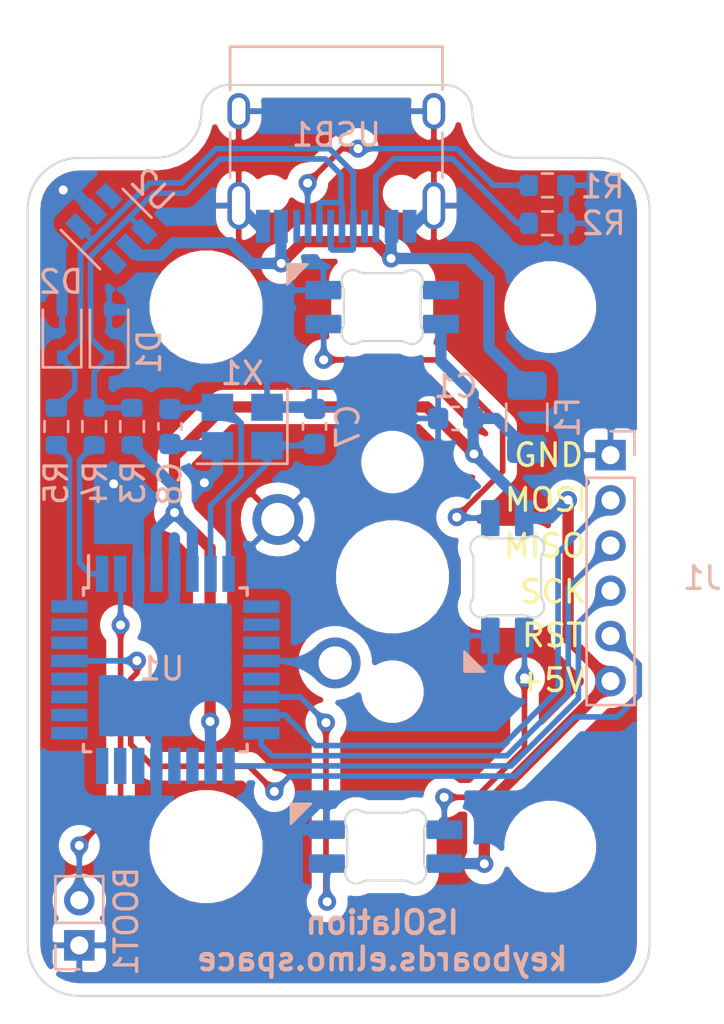
<source format=kicad_pcb>
(kicad_pcb (version 20171130) (host pcbnew "(5.1.10)-1")
  (layers (0 F.Cu signal) (31 B.Cu signal) (34 B.Paste user) (35 F.Paste user) (36 B.SilkS user) (37 F.SilkS user) (38 B.Mask user) (39 F.Mask user) (44 Edge.Cuts user))
  (net 0 "")
  (net 1 GND)
  (net 2 +5V)
  (net 3 VCC)
  (net 4 LED)
  (net 5 "Net-(R1-Pad2)")
  (net 6 "Net-(R2-Pad2)")
  (net 7 D+)
  (net 8 D-)
  (net 9 "Net-(U1-Pad26)")
  (net 10 "Net-(U1-Pad25)")
  (net 11 "Net-(U1-Pad23)")
  (net 12 "Net-(U1-Pad22)")
  (net 13 "Net-(U1-Pad20)")
  (net 14 "Net-(U1-Pad19)")
  (net 15 "Net-(USB1-PadB8)")
  (net 16 "Net-(USB1-PadA8)")
  (net 17 BOOT)
  (net 18 "Net-(C7-Pad1)")
  (net 19 "Net-(C8-Pad1)")
  (net 20 "Net-(D1-Pad1)")
  (net 21 "Net-(D2-Pad1)")
  (net 22 RESET)
  (net 23 SCK)
  (net 24 MISO)
  (net 25 MOSI)
  (net 26 "Net-(U1-Pad31)")
  (net 27 "Net-(U1-Pad30)")
  (net 28 "Net-(U1-Pad28)")
  (net 29 "Net-(U1-Pad27)")
  (net 30 "Net-(U1-Pad24)")
  (net 31 "Net-(U1-Pad9)")
  (net 32 SW)
  (net 33 "Net-(U1-Pad11)")
  (net 34 "Net-(LED1-Pad1)")
  (net 35 "Net-(U1-Pad13)")
  (net 36 "Net-(U2-Pad6)")
  (net 37 "Net-(U2-Pad3)")
  (net 38 "Net-(LED2-Pad1)")
  (net 39 "Net-(LED3-Pad1)")
  (net 40 "Net-(U1-Pad10)")
  (module Capacitor_SMD:C_0603_1608Metric (layer B.Cu) (at 160.2232 77.0128 180)
    (fp_text reference C1 (at 0 1.43) (layer B.SilkS) (effects (justify mirror)))
    (fp_text value 10uF)
    (pad 2 smd roundrect (at 0.775 0 180) (size 0.9 0.95) (layers B.Cu B.Paste B.Mask) (net 1 GND))
    (pad 1 smd roundrect (at -0.775 0 180) (size 0.9 0.95) (layers B.Cu B.Paste B.Mask) (net 2 +5V))
  )
  (module Resistor_SMD:R_0603_1608Metric (layer B.Cu) (at 142.5448 77.3684 90)
    (fp_text reference R5 (at -2.4892 0 90) (layer B.SilkS) (effects (justify mirror)))
    (fp_text value 68R)
    (pad 2 smd roundrect (at 0.825 0 90) (size 0.8 0.95) (layers B.Cu B.Paste B.Mask) (net 21 "Net-(D2-Pad1)"))
    (pad 1 smd roundrect (at -0.825 0 90) (size 0.8 0.95) (layers B.Cu B.Paste B.Mask) (net 7 D+))
  )
  (module Resistor_SMD:R_0603_1608Metric (layer B.Cu) (at 144.2212 77.3684 90)
    (fp_text reference R4 (at -2.4892 0.0508 90) (layer B.SilkS) (effects (justify mirror)))
    (fp_text value 68R)
    (pad 2 smd roundrect (at 0.825 0 90) (size 0.8 0.95) (layers B.Cu B.Paste B.Mask) (net 20 "Net-(D1-Pad1)"))
    (pad 1 smd roundrect (at -0.825 0 90) (size 0.8 0.95) (layers B.Cu B.Paste B.Mask) (net 8 D-))
  )
  (module Resistor_SMD:R_0603_1608Metric (layer B.Cu) (at 145.8976 77.3684 270)
    (fp_text reference R3 (at 2.4892 -0.0508 90) (layer B.SilkS) (effects (justify mirror)))
    (fp_text value 1.5K)
    (pad 2 smd roundrect (at 0.825 0 270) (size 0.8 0.95) (layers B.Cu B.Paste B.Mask) (net 2 +5V))
    (pad 1 smd roundrect (at -0.825 0 270) (size 0.8 0.95) (layers B.Cu B.Paste B.Mask) (net 20 "Net-(D1-Pad1)"))
  )
  (module Resistor_SMD:R_0603_1608Metric (layer B.Cu) (at 164.2872 68.3768 180)
    (fp_text reference R2 (at -2.4892 0) (layer B.SilkS) (effects (justify mirror)))
    (fp_text value 5.1k)
    (pad 2 smd roundrect (at 0.825 0 180) (size 0.8 0.95) (layers B.Cu B.Paste B.Mask) (net 6 "Net-(R2-Pad2)"))
    (pad 1 smd roundrect (at -0.825 0 180) (size 0.8 0.95) (layers B.Cu B.Paste B.Mask) (net 1 GND))
  )
  (module Resistor_SMD:R_0603_1608Metric (layer B.Cu) (at 164.2872 66.7004 180)
    (fp_text reference R1 (at -2.4384 -0.0508) (layer B.SilkS) (effects (justify mirror)))
    (fp_text value 5.1k)
    (pad 2 smd roundrect (at 0.825 0 180) (size 0.8 0.95) (layers B.Cu B.Paste B.Mask) (net 5 "Net-(R1-Pad2)"))
    (pad 1 smd roundrect (at -0.825 0 180) (size 0.8 0.95) (layers B.Cu B.Paste B.Mask) (net 1 GND))
  )
  (module Diode_SMD:D_SOD-323 (layer B.Cu) (at 142.7988 73.2536 90)
    (fp_text reference D2 (at 2.286 -0.0508 180) (layer B.SilkS) (effects (justify mirror)))
    (fp_text value D_Zener_Small)
    (pad 2 smd rect (at 1.05 0 90) (size 0.6 0.45) (layers B.Cu B.Paste B.Mask) (net 1 GND))
    (pad 1 smd rect (at -1.05 0 90) (size 0.6 0.45) (layers B.Cu B.Paste B.Mask) (net 21 "Net-(D2-Pad1)"))
  )
  (module Diode_SMD:D_SOD-323 (layer B.Cu) (at 144.8816 73.2536 90)
    (fp_text reference D1 (at -0.8128 1.778 90) (layer B.SilkS) (effects (justify mirror)))
    (fp_text value D_Zener_Small)
    (pad 2 smd rect (at 1.05 0 90) (size 0.6 0.45) (layers B.Cu B.Paste B.Mask) (net 1 GND))
    (pad 1 smd rect (at -1.05 0 90) (size 0.6 0.45) (layers B.Cu B.Paste B.Mask) (net 20 "Net-(D1-Pad1)"))
  )
  (module Capacitor_SMD:C_0603_1608Metric (layer B.Cu) (at 147.574 77.3684 270)
    (fp_text reference C8 (at 2.54 0 90) (layer B.SilkS) (effects (justify mirror)))
    (fp_text value 22pF)
    (pad 2 smd roundrect (at 0.775 0 270) (size 0.9 0.95) (layers B.Cu B.Paste B.Mask) (net 1 GND))
    (pad 1 smd roundrect (at -0.775 0 270) (size 0.9 0.95) (layers B.Cu B.Paste B.Mask) (net 19 "Net-(C8-Pad1)"))
  )
  (module Capacitor_SMD:C_0603_1608Metric (layer B.Cu) (at 153.9748 77.3684 90)
    (fp_text reference C7 (at 0 1.4732 90) (layer B.SilkS) (effects (justify mirror)))
    (fp_text value 22pF)
    (pad 2 smd roundrect (at 0.775 0 90) (size 0.9 0.95) (layers B.Cu B.Paste B.Mask) (net 1 GND))
    (pad 1 smd roundrect (at -0.775 0 90) (size 0.9 0.95) (layers B.Cu B.Paste B.Mask) (net 18 "Net-(C7-Pad1)"))
  )
  (module custom_parts:MXOnly-ISO-ROTATEDCCW-ReversedStabilizers-NoLED (layer F.Cu) (at 157.4292 84.0232)
    (fp_text reference MX1)
    (fp_text value MX-NoLED)
    (pad "" np_thru_hole circle (at -8.255 -11.938) (size 3.9878 3.9878) (drill 3.9878) (layers *.Cu *.Mask))
    (pad "" np_thru_hole circle (at -8.255 11.938) (size 3.9878 3.9878) (drill 3.9878) (layers *.Cu *.Mask))
    (pad "" np_thru_hole circle (at 6.985 -11.938) (size 3.048 3.048) (drill 3.048) (layers *.Cu *.Mask))
    (pad "" np_thru_hole circle (at 6.985 11.938) (size 3.048 3.048) (drill 3.048) (layers *.Cu *.Mask))
    (pad "" np_thru_hole circle (at 0 -5.08 228.0996) (size 1.75 1.75) (drill 1.75) (layers *.Cu *.Mask))
    (pad "" np_thru_hole circle (at 0 5.08 228.0996) (size 1.75 1.75) (drill 1.75) (layers *.Cu *.Mask))
    (pad 1 thru_hole circle (at -2.54 3.81 180) (size 2.25 2.25) (drill 1.47) (layers *.Cu B.Mask) (net 32 SW))
    (pad "" np_thru_hole circle (at 0 0 180) (size 3.9878 3.9878) (drill 3.9878) (layers *.Cu *.Mask))
    (pad 2 thru_hole circle (at -5.08 -2.54 180) (size 2.25 2.25) (drill 1.47) (layers *.Cu B.Mask) (net 1 GND))
  )
  (module custom_parts:SK6812MINIE-simple (layer F.Cu) (at 156.972 72.0852 90)
    (fp_text reference LED3 hide)
    (fp_text value SK6812MINI)
    (fp_arc (start 2 0.794452) (end 1.5 0.794452) (angle -30.29922186) (layer Edge.Cuts) (width 0.1))
    (fp_arc (start 2 -0.794452) (end 1.568299 -1.046711) (angle -30.29933749) (layer Edge.Cuts) (width 0.1))
    (fp_arc (start 1.136598 -1.298969) (end 1.568299 -1.046711) (angle -146.0055121) (layer Edge.Cuts) (width 0.1))
    (fp_arc (start 0.702842 -2.199999) (end 0.702842 -1.699999) (angle -25.70606862) (layer Edge.Cuts) (width 0.1))
    (fp_arc (start -0.702842 -2.199999) (end -0.91972 -1.749484) (angle -25.70605728) (layer Edge.Cuts) (width 0.1))
    (fp_arc (start -1.136597 -1.298969) (end -0.91972 -1.749484) (angle -146.0053097) (layer Edge.Cuts) (width 0.1))
    (fp_arc (start -1.999999 -0.794453) (end -1.499999 -0.794453) (angle -30.29923855) (layer Edge.Cuts) (width 0.1))
    (fp_arc (start -1.999999 0.794452) (end -1.568299 1.046711) (angle -30.29928071) (layer Edge.Cuts) (width 0.1))
    (fp_arc (start -1.136598 1.298969) (end -1.568299 1.046711) (angle -146.0054017) (layer Edge.Cuts) (width 0.1))
    (fp_arc (start -0.702842 2.199999) (end -0.702842 1.699999) (angle -25.70617187) (layer Edge.Cuts) (width 0.1))
    (fp_arc (start 0.702842 2.199999) (end 0.91972 1.749484) (angle -25.70605731) (layer Edge.Cuts) (width 0.1))
    (fp_arc (start 1.136597 1.298969) (end 0.91972 1.749484) (angle -146.0053744) (layer Edge.Cuts) (width 0.1))
    (fp_line (start 1.5 -0.794452) (end 1.5 0.794452) (layer Edge.Cuts) (width 0.1))
    (fp_line (start -0.702843 -1.699999) (end 0.702842 -1.699999) (layer Edge.Cuts) (width 0.1))
    (fp_line (start -1.5 0.794453) (end -1.499999 -0.794453) (layer Edge.Cuts) (width 0.1))
    (fp_line (start 0.702843 1.699999) (end -0.702842 1.699999) (layer Edge.Cuts) (width 0.1))
    (pad 2 smd roundrect (at 0.75 -2.6 90) (size 0.82 1.6) (layers B.Cu B.Paste B.Mask) (roundrect_rratio 0.1) (net 1 GND))
    (pad 3 smd roundrect (at -0.75 -2.6 90) (size 0.82 1.6) (layers B.Cu B.Paste B.Mask) (roundrect_rratio 0.1) (net 38 "Net-(LED2-Pad1)"))
    (pad 1 smd roundrect (at 0.75 2.6 90) (size 0.82 1.6) (layers B.Cu B.Paste B.Mask) (roundrect_rratio 0.1) (net 39 "Net-(LED3-Pad1)"))
    (pad 4 smd roundrect (at -0.75 2.6 90) (size 0.82 1.6) (layers B.Cu B.Paste B.Mask) (roundrect_rratio 0.1) (net 2 +5V))
  )
  (module custom_parts:SK6812MINIE-simple (layer F.Cu) (at 162.5092 84.0232 180)
    (fp_text reference LED2 hide)
    (fp_text value SK6812MINI)
    (fp_arc (start 2 0.794452) (end 1.5 0.794452) (angle -30.29922186) (layer Edge.Cuts) (width 0.1))
    (fp_arc (start 2 -0.794452) (end 1.568299 -1.046711) (angle -30.29933749) (layer Edge.Cuts) (width 0.1))
    (fp_arc (start 1.136598 -1.298969) (end 1.568299 -1.046711) (angle -146.0055121) (layer Edge.Cuts) (width 0.1))
    (fp_arc (start 0.702842 -2.199999) (end 0.702842 -1.699999) (angle -25.70606862) (layer Edge.Cuts) (width 0.1))
    (fp_arc (start -0.702842 -2.199999) (end -0.91972 -1.749484) (angle -25.70605728) (layer Edge.Cuts) (width 0.1))
    (fp_arc (start -1.136597 -1.298969) (end -0.91972 -1.749484) (angle -146.0053097) (layer Edge.Cuts) (width 0.1))
    (fp_arc (start -1.999999 -0.794453) (end -1.499999 -0.794453) (angle -30.29923855) (layer Edge.Cuts) (width 0.1))
    (fp_arc (start -1.999999 0.794452) (end -1.568299 1.046711) (angle -30.29928071) (layer Edge.Cuts) (width 0.1))
    (fp_arc (start -1.136598 1.298969) (end -1.568299 1.046711) (angle -146.0054017) (layer Edge.Cuts) (width 0.1))
    (fp_arc (start -0.702842 2.199999) (end -0.702842 1.699999) (angle -25.70617187) (layer Edge.Cuts) (width 0.1))
    (fp_arc (start 0.702842 2.199999) (end 0.91972 1.749484) (angle -25.70605731) (layer Edge.Cuts) (width 0.1))
    (fp_arc (start 1.136597 1.298969) (end 0.91972 1.749484) (angle -146.0053744) (layer Edge.Cuts) (width 0.1))
    (fp_line (start 1.5 -0.794452) (end 1.5 0.794452) (layer Edge.Cuts) (width 0.1))
    (fp_line (start -0.702843 -1.699999) (end 0.702842 -1.699999) (layer Edge.Cuts) (width 0.1))
    (fp_line (start -1.5 0.794453) (end -1.499999 -0.794453) (layer Edge.Cuts) (width 0.1))
    (fp_line (start 0.702843 1.699999) (end -0.702842 1.699999) (layer Edge.Cuts) (width 0.1))
    (pad 2 smd roundrect (at 0.75 -2.6 180) (size 0.82 1.6) (layers B.Cu B.Paste B.Mask) (roundrect_rratio 0.1) (net 1 GND))
    (pad 3 smd roundrect (at -0.75 -2.6 180) (size 0.82 1.6) (layers B.Cu B.Paste B.Mask) (roundrect_rratio 0.1) (net 34 "Net-(LED1-Pad1)"))
    (pad 1 smd roundrect (at 0.75 2.6 180) (size 0.82 1.6) (layers B.Cu B.Paste B.Mask) (roundrect_rratio 0.1) (net 38 "Net-(LED2-Pad1)"))
    (pad 4 smd roundrect (at -0.75 2.6 180) (size 0.82 1.6) (layers B.Cu B.Paste B.Mask) (roundrect_rratio 0.1) (net 2 +5V))
  )
  (module Fuse:Fuse_1206_3216Metric (layer B.Cu) (at 163.3728 76.962 90)
    (fp_text reference F1 (at 0 1.82 90) (layer B.SilkS) (effects (justify mirror)))
    (fp_text value Polyfuse_Small)
    (pad 2 smd roundrect (at 1.4 0 90) (size 1.25 1.75) (layers B.Cu B.Paste B.Mask) (roundrect_rratio 0.2) (net 3 VCC))
    (pad 1 smd roundrect (at -1.4 0 90) (size 1.25 1.75) (layers B.Cu B.Paste B.Mask) (roundrect_rratio 0.2) (net 2 +5V))
  )
  (module custom_parts:SK6812MINIE-simple (layer F.Cu) (at 157.1244 95.9612 90)
    (fp_text reference LED1 hide)
    (fp_text value SK6812MINI)
    (fp_arc (start 2 0.794452) (end 1.5 0.794452) (angle -30.29922186) (layer Edge.Cuts) (width 0.1))
    (fp_arc (start 2 -0.794452) (end 1.568299 -1.046711) (angle -30.29933749) (layer Edge.Cuts) (width 0.1))
    (fp_arc (start 1.136598 -1.298969) (end 1.568299 -1.046711) (angle -146.0055121) (layer Edge.Cuts) (width 0.1))
    (fp_arc (start 0.702842 -2.199999) (end 0.702842 -1.699999) (angle -25.70606862) (layer Edge.Cuts) (width 0.1))
    (fp_arc (start -0.702842 -2.199999) (end -0.91972 -1.749484) (angle -25.70605728) (layer Edge.Cuts) (width 0.1))
    (fp_arc (start -1.136597 -1.298969) (end -0.91972 -1.749484) (angle -146.0053097) (layer Edge.Cuts) (width 0.1))
    (fp_arc (start -1.999999 -0.794453) (end -1.499999 -0.794453) (angle -30.29923855) (layer Edge.Cuts) (width 0.1))
    (fp_arc (start -1.999999 0.794452) (end -1.568299 1.046711) (angle -30.29928071) (layer Edge.Cuts) (width 0.1))
    (fp_arc (start -1.136598 1.298969) (end -1.568299 1.046711) (angle -146.0054017) (layer Edge.Cuts) (width 0.1))
    (fp_arc (start -0.702842 2.199999) (end -0.702842 1.699999) (angle -25.70617187) (layer Edge.Cuts) (width 0.1))
    (fp_arc (start 0.702842 2.199999) (end 0.91972 1.749484) (angle -25.70605731) (layer Edge.Cuts) (width 0.1))
    (fp_arc (start 1.136597 1.298969) (end 0.91972 1.749484) (angle -146.0053744) (layer Edge.Cuts) (width 0.1))
    (fp_line (start 1.5 -0.794452) (end 1.5 0.794452) (layer Edge.Cuts) (width 0.1))
    (fp_line (start -0.702843 -1.699999) (end 0.702842 -1.699999) (layer Edge.Cuts) (width 0.1))
    (fp_line (start -1.5 0.794453) (end -1.499999 -0.794453) (layer Edge.Cuts) (width 0.1))
    (fp_line (start 0.702843 1.699999) (end -0.702842 1.699999) (layer Edge.Cuts) (width 0.1))
    (pad 2 smd roundrect (at 0.75 -2.6 90) (size 0.82 1.6) (layers B.Cu B.Paste B.Mask) (roundrect_rratio 0.1) (net 1 GND))
    (pad 3 smd roundrect (at -0.75 -2.6 90) (size 0.82 1.6) (layers B.Cu B.Paste B.Mask) (roundrect_rratio 0.1) (net 4 LED))
    (pad 1 smd roundrect (at 0.75 2.6 90) (size 0.82 1.6) (layers B.Cu B.Paste B.Mask) (roundrect_rratio 0.1) (net 34 "Net-(LED1-Pad1)"))
    (pad 4 smd roundrect (at -0.75 2.6 90) (size 0.82 1.6) (layers B.Cu B.Paste B.Mask) (roundrect_rratio 0.1) (net 2 +5V))
  )
  (module Connector_PinHeader_2.00mm:PinHeader_1x06_P2.00mm_Vertical (layer B.Cu) (at 167.0812 78.6384 180)
    (fp_text reference J1 (at -4.064 -5.4356) (layer B.SilkS) (effects (justify mirror)))
    (fp_text value Conn_01x06)
    (pad 6 thru_hole oval (at 0 -10 180) (size 1.35 1.35) (drill 0.8) (layers *.Cu *.Mask) (net 2 +5V))
    (pad 5 thru_hole oval (at 0 -8 180) (size 1.35 1.35) (drill 0.8) (layers *.Cu *.Mask) (net 22 RESET))
    (pad 4 thru_hole oval (at 0 -6 180) (size 1.35 1.35) (drill 0.8) (layers *.Cu *.Mask) (net 23 SCK))
    (pad 3 thru_hole oval (at 0 -4 180) (size 1.35 1.35) (drill 0.8) (layers *.Cu *.Mask) (net 24 MISO))
    (pad 2 thru_hole oval (at 0 -2 180) (size 1.35 1.35) (drill 0.8) (layers *.Cu *.Mask) (net 25 MOSI))
    (pad 1 thru_hole rect (at 0 0 180) (size 1.35 1.35) (drill 0.8) (layers *.Cu *.Mask) (net 1 GND))
  )
  (module Connector_USB:USB_C_Receptacle_HRO_TYPE-C-31-M-12 (layer B.Cu) (at 154.94 64.4652)
    (fp_text reference USB1 (at 0 0) (layer B.SilkS) (effects (justify mirror)))
    (fp_text value USB_C_Receptacle_USB2.0)
    (pad B1 smd rect (at 3.25 4.045) (size 0.6 1.45) (layers B.Cu B.Paste B.Mask) (net 1 GND))
    (pad A9 smd rect (at 2.45 4.045) (size 0.6 1.45) (layers B.Cu B.Paste B.Mask) (net 3 VCC))
    (pad B9 smd rect (at -2.45 4.045) (size 0.6 1.45) (layers B.Cu B.Paste B.Mask) (net 3 VCC))
    (pad B12 smd rect (at -3.25 4.045) (size 0.6 1.45) (layers B.Cu B.Paste B.Mask) (net 1 GND))
    (pad A1 smd rect (at -3.25 4.045) (size 0.6 1.45) (layers B.Cu B.Paste B.Mask) (net 1 GND))
    (pad A4 smd rect (at -2.45 4.045) (size 0.6 1.45) (layers B.Cu B.Paste B.Mask) (net 3 VCC))
    (pad B4 smd rect (at 2.45 4.045) (size 0.6 1.45) (layers B.Cu B.Paste B.Mask) (net 3 VCC))
    (pad A12 smd rect (at 3.25 4.045) (size 0.6 1.45) (layers B.Cu B.Paste B.Mask) (net 1 GND))
    (pad B8 smd rect (at -1.75 4.045) (size 0.3 1.45) (layers B.Cu B.Paste B.Mask) (net 15 "Net-(USB1-PadB8)"))
    (pad A5 smd rect (at -1.25 4.045) (size 0.3 1.45) (layers B.Cu B.Paste B.Mask) (net 5 "Net-(R1-Pad2)"))
    (pad B7 smd rect (at -0.75 4.045) (size 0.3 1.45) (layers B.Cu B.Paste B.Mask) (net 20 "Net-(D1-Pad1)"))
    (pad A7 smd rect (at 0.25 4.045) (size 0.3 1.45) (layers B.Cu B.Paste B.Mask) (net 20 "Net-(D1-Pad1)"))
    (pad B6 smd rect (at 0.75 4.045) (size 0.3 1.45) (layers B.Cu B.Paste B.Mask) (net 21 "Net-(D2-Pad1)"))
    (pad A8 smd rect (at 1.25 4.045) (size 0.3 1.45) (layers B.Cu B.Paste B.Mask) (net 16 "Net-(USB1-PadA8)"))
    (pad B5 smd rect (at 1.75 4.045) (size 0.3 1.45) (layers B.Cu B.Paste B.Mask) (net 6 "Net-(R2-Pad2)"))
    (pad A6 smd rect (at -0.25 4.045) (size 0.3 1.45) (layers B.Cu B.Paste B.Mask) (net 21 "Net-(D2-Pad1)"))
    (pad S1 thru_hole oval (at 4.32 3.13) (size 1 2.1) (drill oval 0.6 1.7) (layers *.Cu *.Mask) (net 1 GND))
    (pad S1 thru_hole oval (at -4.32 3.13) (size 1 2.1) (drill oval 0.6 1.7) (layers *.Cu *.Mask) (net 1 GND))
    (pad "" np_thru_hole circle (at -2.89 2.6) (size 0.65 0.65) (drill 0.65) (layers *.Cu *.Mask))
    (pad S1 thru_hole oval (at -4.32 -1.05) (size 1 1.6) (drill oval 0.6 1.2) (layers *.Cu *.Mask) (net 1 GND))
    (pad "" np_thru_hole circle (at 2.89 2.6) (size 0.65 0.65) (drill 0.65) (layers *.Cu *.Mask))
    (pad S1 thru_hole oval (at 4.32 -1.05) (size 1 1.6) (drill oval 0.6 1.2) (layers *.Cu *.Mask) (net 1 GND))
  )
  (module Package_QFP:TQFP-32_7x7mm_P0.8mm (layer B.Cu) (at 147.3708 88.138 270)
    (fp_text reference U1 (at -0.0508 0.1524) (layer B.SilkS) (effects (justify mirror)))
    (fp_text value ATmega328P-AU)
    (pad 32 smd rect (at -2.8 4.25 180) (size 1.6 0.55) (layers B.Cu B.Paste B.Mask) (net 7 D+))
    (pad 31 smd rect (at -2 4.25 180) (size 1.6 0.55) (layers B.Cu B.Paste B.Mask) (net 26 "Net-(U1-Pad31)"))
    (pad 30 smd rect (at -1.2 4.25 180) (size 1.6 0.55) (layers B.Cu B.Paste B.Mask) (net 27 "Net-(U1-Pad30)"))
    (pad 29 smd rect (at -0.4 4.25 180) (size 1.6 0.55) (layers B.Cu B.Paste B.Mask) (net 22 RESET))
    (pad 28 smd rect (at 0.4 4.25 180) (size 1.6 0.55) (layers B.Cu B.Paste B.Mask) (net 28 "Net-(U1-Pad28)"))
    (pad 27 smd rect (at 1.2 4.25 180) (size 1.6 0.55) (layers B.Cu B.Paste B.Mask) (net 29 "Net-(U1-Pad27)"))
    (pad 26 smd rect (at 2 4.25 180) (size 1.6 0.55) (layers B.Cu B.Paste B.Mask) (net 9 "Net-(U1-Pad26)"))
    (pad 25 smd rect (at 2.8 4.25 180) (size 1.6 0.55) (layers B.Cu B.Paste B.Mask) (net 10 "Net-(U1-Pad25)"))
    (pad 24 smd rect (at 4.25 2.8 270) (size 1.6 0.55) (layers B.Cu B.Paste B.Mask) (net 30 "Net-(U1-Pad24)"))
    (pad 23 smd rect (at 4.25 2 270) (size 1.6 0.55) (layers B.Cu B.Paste B.Mask) (net 11 "Net-(U1-Pad23)"))
    (pad 22 smd rect (at 4.25 1.2 270) (size 1.6 0.55) (layers B.Cu B.Paste B.Mask) (net 12 "Net-(U1-Pad22)"))
    (pad 21 smd rect (at 4.25 0.4 270) (size 1.6 0.55) (layers B.Cu B.Paste B.Mask) (net 1 GND))
    (pad 20 smd rect (at 4.25 -0.4 270) (size 1.6 0.55) (layers B.Cu B.Paste B.Mask) (net 13 "Net-(U1-Pad20)"))
    (pad 19 smd rect (at 4.25 -1.2 270) (size 1.6 0.55) (layers B.Cu B.Paste B.Mask) (net 14 "Net-(U1-Pad19)"))
    (pad 18 smd rect (at 4.25 -2 270) (size 1.6 0.55) (layers B.Cu B.Paste B.Mask) (net 2 +5V))
    (pad 17 smd rect (at 4.25 -2.8 270) (size 1.6 0.55) (layers B.Cu B.Paste B.Mask) (net 23 SCK))
    (pad 16 smd rect (at 2.8 -4.25 180) (size 1.6 0.55) (layers B.Cu B.Paste B.Mask) (net 24 MISO))
    (pad 15 smd rect (at 2 -4.25 180) (size 1.6 0.55) (layers B.Cu B.Paste B.Mask) (net 25 MOSI))
    (pad 14 smd rect (at 1.2 -4.25 180) (size 1.6 0.55) (layers B.Cu B.Paste B.Mask) (net 4 LED))
    (pad 13 smd rect (at 0.4 -4.25 180) (size 1.6 0.55) (layers B.Cu B.Paste B.Mask) (net 35 "Net-(U1-Pad13)"))
    (pad 12 smd rect (at -0.4 -4.25 180) (size 1.6 0.55) (layers B.Cu B.Paste B.Mask) (net 32 SW))
    (pad 11 smd rect (at -1.2 -4.25 180) (size 1.6 0.55) (layers B.Cu B.Paste B.Mask) (net 33 "Net-(U1-Pad11)"))
    (pad 10 smd rect (at -2 -4.25 180) (size 1.6 0.55) (layers B.Cu B.Paste B.Mask) (net 40 "Net-(U1-Pad10)"))
    (pad 9 smd rect (at -2.8 -4.25 180) (size 1.6 0.55) (layers B.Cu B.Paste B.Mask) (net 31 "Net-(U1-Pad9)"))
    (pad 8 smd rect (at -4.25 -2.8 270) (size 1.6 0.55) (layers B.Cu B.Paste B.Mask) (net 18 "Net-(C7-Pad1)"))
    (pad 7 smd rect (at -4.25 -2 270) (size 1.6 0.55) (layers B.Cu B.Paste B.Mask) (net 19 "Net-(C8-Pad1)"))
    (pad 6 smd rect (at -4.25 -1.2 270) (size 1.6 0.55) (layers B.Cu B.Paste B.Mask) (net 2 +5V))
    (pad 5 smd rect (at -4.25 -0.4 270) (size 1.6 0.55) (layers B.Cu B.Paste B.Mask) (net 1 GND))
    (pad 4 smd rect (at -4.25 0.4 270) (size 1.6 0.55) (layers B.Cu B.Paste B.Mask) (net 2 +5V))
    (pad 3 smd rect (at -4.25 1.2 270) (size 1.6 0.55) (layers B.Cu B.Paste B.Mask) (net 1 GND))
    (pad 2 smd rect (at -4.25 2 270) (size 1.6 0.55) (layers B.Cu B.Paste B.Mask) (net 17 BOOT))
    (pad 1 smd rect (at -4.25 2.8 270) (size 1.6 0.55) (layers B.Cu B.Paste B.Mask) (net 8 D-))
  )
  (module Connector_PinHeader_2.00mm:PinHeader_1x02_P2.00mm_Vertical (layer B.Cu) (at 143.5608 100.33)
    (fp_text reference BOOT1 (at 2.0828 -1.0668 -90) (layer B.SilkS) (effects (justify mirror)))
    (fp_text value SW_Push)
    (pad 2 thru_hole oval (at 0 -2) (size 1.35 1.35) (drill 0.8) (layers *.Cu *.Mask) (net 17 BOOT))
    (pad 1 thru_hole rect (at 0 0) (size 1.35 1.35) (drill 0.8) (layers *.Cu *.Mask) (net 1 GND))
  )
  (module Crystal:Crystal_SMD_3225-4Pin_3.2x2.5mm (layer B.Cu) (at 150.7744 77.3684 180)
    (fp_text reference X1 (at 0 2.351679) (layer B.SilkS) (effects (justify mirror)))
    (fp_text value Crystal_GND24_Small)
    (pad 4 smd rect (at -1.1 0.85 180) (size 1.4 1.2) (layers B.Cu B.Paste B.Mask) (net 1 GND))
    (pad 3 smd rect (at 1.1 0.85 180) (size 1.4 1.2) (layers B.Cu B.Paste B.Mask) (net 19 "Net-(C8-Pad1)"))
    (pad 2 smd rect (at 1.1 -0.85 180) (size 1.4 1.2) (layers B.Cu B.Paste B.Mask) (net 1 GND))
    (pad 1 smd rect (at -1.1 -0.85 180) (size 1.4 1.2) (layers B.Cu B.Paste B.Mask) (net 18 "Net-(C7-Pad1)"))
  )
  (module Package_TO_SOT_SMD:SOT-23-6 (layer B.Cu) (at 144.9832 68.6308 315)
    (fp_text reference U2 (at 0.071842 -2.514472 135) (layer B.SilkS) (effects (justify mirror)))
    (fp_text value SRV05-4)
    (pad 5 smd rect (at 1.1 0 315) (size 1.06 0.65) (layers B.Cu B.Paste B.Mask) (net 3 VCC))
    (pad 6 smd rect (at 1.1 0.95 315) (size 1.06 0.65) (layers B.Cu B.Paste B.Mask) (net 36 "Net-(U2-Pad6)"))
    (pad 4 smd rect (at 1.1 -0.95 315) (size 1.06 0.65) (layers B.Cu B.Paste B.Mask) (net 20 "Net-(D1-Pad1)"))
    (pad 3 smd rect (at -1.1 -0.95 315) (size 1.06 0.65) (layers B.Cu B.Paste B.Mask) (net 37 "Net-(U2-Pad3)"))
    (pad 2 smd rect (at -1.1 0 315) (size 1.06 0.65) (layers B.Cu B.Paste B.Mask) (net 1 GND))
    (pad 1 smd rect (at -1.1 0.95 315) (size 1.06 0.65) (layers B.Cu B.Paste B.Mask) (net 21 "Net-(D2-Pad1)"))
  )
  (gr_text "ISOlation\nkeyboards.elmo.space" (at 156.972 100.1268) (layer B.SilkS) (effects (font (size 1 1) (thickness 0.2)) (justify mirror)))
  (gr_text +5V (at 162.814 88.5952) (layer F.SilkS) (effects (font (size 1 1)) (justify left)))
  (gr_text RST (at 163.068 86.614) (layer F.SilkS) (effects (font (size 1 1)) (justify left)))
  (gr_text SCK (at 162.9664 84.6836) (layer F.SilkS) (effects (font (size 1 1)) (justify left)))
  (gr_text MISO (at 162.2552 82.6516) (layer F.SilkS) (effects (font (size 1 1)) (justify left)))
  (gr_text MOSI (at 162.306 80.6196) (layer F.SilkS) (effects (font (size 1 1)) (justify left)))
  (gr_text GND (at 165.9636 78.6384) (layer F.SilkS) (effects (font (size 1 1)) (justify right)))
  (gr_arc (start 159.747661 63.4784) (end 160.966862 63.4784) (angle -90) (layer Edge.Cuts) (width 0.1))
  (gr_arc (start 150.186063 63.4784) (end 150.186063 62.259199) (angle -90) (layer Edge.Cuts) (width 0.1))
  (gr_arc (start 143.5608 67.7672) (end 143.5608 65.4812) (angle -90) (layer Edge.Cuts) (width 0.1))
  (gr_arc (start 166.5224 67.7672) (end 168.8084 67.7672) (angle -90) (layer Edge.Cuts) (width 0.1))
  (gr_arc (start 166.5224 100.2792) (end 166.5224 102.5652) (angle -90) (layer Edge.Cuts) (width 0.1))
  (gr_arc (start 143.5608 100.2792) (end 141.2748 100.2792) (angle -90) (layer Edge.Cuts) (width 0.1))
  (gr_arc (start 146.966862 63.4784) (end 146.966862 65.4784) (angle -90) (layer Edge.Cuts) (width 0.1))
  (gr_line (start 166.5224 65.4812) (end 162.966862 65.4784) (layer Edge.Cuts) (width 0.1))
  (gr_arc (start 162.966862 63.4784) (end 160.966862 63.4784) (angle -90) (layer Edge.Cuts) (width 0.1))
  (gr_line (start 159.747661 62.259199) (end 150.186063 62.259199) (layer Edge.Cuts) (width 0.1))
  (gr_line (start 141.2748 67.7672) (end 141.2748 100.2792) (layer Edge.Cuts) (width 0.1))
  (gr_line (start 168.8084 100.2792) (end 168.8084 67.7672) (layer Edge.Cuts) (width 0.1))
  (gr_line (start 146.966862 65.4784) (end 143.5608 65.4812) (layer Edge.Cuts) (width 0.1))
  (gr_line (start 143.5608 102.5652) (end 166.5224 102.5652) (layer Edge.Cuts) (width 0.1))
  (segment (start 151.535 68.5102) (end 150.62 67.5952) (width 0.5) (layer B.Cu) (net 1))
  (segment (start 151.69 68.5102) (end 151.535 68.5102) (width 0.5) (layer B.Cu) (net 1))
  (segment (start 158.345 68.5102) (end 159.26 67.5952) (width 0.5) (layer B.Cu) (net 1))
  (segment (start 158.19 68.5102) (end 158.345 68.5102) (width 0.5) (layer B.Cu) (net 1))
  (segment (start 147.649 78.2184) (end 147.574 78.1434) (width 0.5) (layer B.Cu) (net 1))
  (segment (start 149.6744 78.2184) (end 147.649 78.2184) (width 0.5) (layer B.Cu) (net 1))
  (segment (start 153.8998 76.5184) (end 153.9748 76.5934) (width 0.5) (layer B.Cu) (net 1))
  (segment (start 151.8744 76.5184) (end 153.8998 76.5184) (width 0.5) (layer B.Cu) (net 1))
  (segment (start 146.1708 83.888) (end 146.1708 82.4292) (width 0.5) (layer B.Cu) (net 1))
  (segment (start 147.7708 83.888) (end 147.7708 82.2896) (width 0.5) (layer B.Cu) (net 1))
  (segment (start 146.9708 92.388) (end 146.9708 90.7352) (width 0.5) (layer B.Cu) (net 1))
  (segment (start 146.9708 92.388) (end 146.9708 93.872) (width 0.5) (layer B.Cu) (net 1))
  (segment (start 146.1708 83.888) (end 146.1708 81.5024) (width 0.5) (layer B.Cu) (net 1))
  (segment (start 147.7708 83.888) (end 147.7708 85.0456) (width 0.5) (layer B.Cu) (net 1))
  (segment (start 147.7708 85.0456) (end 147.066 85.7504) (width 0.5) (layer B.Cu) (net 1))
  (segment (start 146.1708 83.888) (end 146.1708 85.3124) (width 0.5) (layer B.Cu) (net 1))
  (segment (start 146.1708 85.3124) (end 146.4056 85.5472) (width 0.5) (layer B.Cu) (net 1))
  (via (at 142.8496 66.9036) (size 0.8) (drill 0.4) (layers F.Cu B.Cu) (net 1))
  (segment (start 143.256 66.9036) (end 142.8496 66.9036) (width 0.5) (layer B.Cu) (net 1))
  (segment (start 144.205383 67.852983) (end 143.256 66.9036) (width 0.5) (layer B.Cu) (net 1))
  (via (at 145.0848 79.9084) (size 0.8) (drill 0.4) (layers F.Cu B.Cu) (net 1))
  (segment (start 153.2128 95.1724) (end 153.2128 94.9452) (width 0.5) (layer B.Cu) (net 1))
  (segment (start 153.2128 94.9452) (end 154.2796 93.8784) (width 0.5) (layer B.Cu) (net 1))
  (segment (start 153.2128 98.9076) (end 152.8064 99.314) (width 0.5) (layer B.Cu) (net 1))
  (segment (start 153.2756 95.2112) (end 153.2128 95.1484) (width 0.5) (layer B.Cu) (net 1))
  (segment (start 154.5244 95.2112) (end 153.2756 95.2112) (width 0.5) (layer B.Cu) (net 1))
  (segment (start 153.2128 95.1484) (end 153.2128 98.9076) (width 0.5) (layer B.Cu) (net 1))
  (segment (start 153.2128 94.9452) (end 153.2128 95.1484) (width 0.5) (layer B.Cu) (net 1))
  (via (at 149.098 79.8576) (size 0.8) (drill 0.4) (layers F.Cu B.Cu) (net 1))
  (segment (start 149.6744 79.2812) (end 149.098 79.8576) (width 0.5) (layer B.Cu) (net 1))
  (segment (start 149.6744 78.2184) (end 149.6744 79.2812) (width 0.5) (layer B.Cu) (net 1))
  (segment (start 142.7988 72.2036) (end 142.7988 71.1708) (width 0.5) (layer B.Cu) (net 1))
  (segment (start 144.8816 72.2036) (end 145.7112 72.2036) (width 0.5) (layer B.Cu) (net 1))
  (segment (start 146.9708 83.888) (end 146.9708 81.9848) (width 0.5) (layer B.Cu) (net 2))
  (segment (start 146.9708 81.9848) (end 147.7772 81.1784) (width 0.5) (layer B.Cu) (net 2))
  (segment (start 148.5708 81.972) (end 148.5708 83.888) (width 0.5) (layer B.Cu) (net 2))
  (segment (start 147.7772 81.1784) (end 148.5708 81.972) (width 0.5) (layer B.Cu) (net 2))
  (segment (start 147.7772 80.073) (end 145.8976 78.1934) (width 0.5) (layer B.Cu) (net 2))
  (segment (start 147.7772 81.1784) (end 147.7772 80.073) (width 0.5) (layer B.Cu) (net 2))
  (via (at 149.352 90.424) (size 0.8) (drill 0.4) (layers F.Cu B.Cu) (net 2))
  (segment (start 149.3708 90.4428) (end 149.352 90.424) (width 0.5) (layer B.Cu) (net 2))
  (segment (start 149.3708 92.388) (end 149.3708 90.4428) (width 0.5) (layer B.Cu) (net 2))
  (via (at 147.7772 81.1784) (size 0.8) (drill 0.4) (layers F.Cu B.Cu) (net 2))
  (via (at 161.4932 96.7232) (size 0.8) (drill 0.4) (layers F.Cu B.Cu) (net 2))
  (segment (start 161.4812 96.7112) (end 161.4932 96.7232) (width 0.5) (layer B.Cu) (net 2))
  (segment (start 159.7244 96.7112) (end 161.4812 96.7112) (width 0.5) (layer B.Cu) (net 2))
  (segment (start 161.4932 94.2264) (end 167.0812 88.6384) (width 0.5) (layer F.Cu) (net 2))
  (segment (start 161.4932 96.7232) (end 161.4932 94.2264) (width 0.5) (layer F.Cu) (net 2))
  (segment (start 147.7772 81.1784) (end 147.7772 78.6892) (width 0.5) (layer F.Cu) (net 2))
  (segment (start 147.7772 78.6892) (end 149.9616 76.5048) (width 0.5) (layer F.Cu) (net 2))
  (segment (start 149.9616 76.5048) (end 158.9532 76.5048) (width 0.5) (layer F.Cu) (net 2))
  (segment (start 149.352 82.7532) (end 147.7772 81.1784) (width 0.5) (layer F.Cu) (net 2))
  (segment (start 149.352 90.424) (end 149.352 82.7532) (width 0.5) (layer F.Cu) (net 2))
  (segment (start 160.9982 77.0128) (end 162.0236 77.0128) (width 0.5) (layer B.Cu) (net 2))
  (segment (start 162.0236 77.0128) (end 163.3728 78.362) (width 0.5) (layer B.Cu) (net 2))
  (segment (start 159.572 74.482) (end 160.9982 75.9082) (width 0.5) (layer B.Cu) (net 2))
  (segment (start 159.572 72.8352) (end 159.572 74.482) (width 0.5) (layer B.Cu) (net 2))
  (segment (start 160.9982 75.9082) (end 160.9982 77.0128) (width 0.5) (layer B.Cu) (net 2))
  (segment (start 160.9982 77.0128) (end 160.9982 78.5498) (width 0.5) (layer B.Cu) (net 2))
  (segment (start 160.9982 78.5498) (end 161.036 78.5876) (width 0.5) (layer B.Cu) (net 2))
  (via (at 161.036 78.5876) (size 0.8) (drill 0.4) (layers F.Cu B.Cu) (net 2))
  (segment (start 158.9532 76.5048) (end 161.036 78.5876) (width 0.5) (layer F.Cu) (net 2))
  (segment (start 163.2592 81.4232) (end 163.2592 80.8108) (width 0.5) (layer B.Cu) (net 2))
  (segment (start 163.2592 80.8108) (end 161.036 78.5876) (width 0.5) (layer B.Cu) (net 2))
  (segment (start 167.0812 88.6384) (end 165.2016 86.7588) (width 0.5) (layer F.Cu) (net 2))
  (via (at 165.2016 80.6196) (size 0.8) (drill 0.4) (layers F.Cu B.Cu) (net 2))
  (segment (start 165.2016 86.7588) (end 165.2016 80.6196) (width 0.5) (layer F.Cu) (net 2))
  (segment (start 164.398 81.4232) (end 165.2016 80.6196) (width 0.5) (layer B.Cu) (net 2))
  (segment (start 163.2592 81.4232) (end 164.398 81.4232) (width 0.5) (layer B.Cu) (net 2))
  (via (at 152.5016 70.1548) (size 0.8) (drill 0.4) (layers F.Cu B.Cu) (net 3))
  (segment (start 152.49 70.1432) (end 152.5016 70.1548) (width 0.5) (layer B.Cu) (net 3))
  (segment (start 152.49 68.5102) (end 152.49 70.1432) (width 0.5) (layer B.Cu) (net 3))
  (segment (start 152.5016 70.1548) (end 153.4668 69.1896) (width 0.5) (layer F.Cu) (net 3))
  (via (at 157.364977 69.9352) (size 0.8) (drill 0.4) (layers F.Cu B.Cu) (net 3))
  (segment (start 156.619377 69.1896) (end 157.364977 69.9352) (width 0.5) (layer F.Cu) (net 3))
  (segment (start 153.4668 69.1896) (end 156.619377 69.1896) (width 0.5) (layer F.Cu) (net 3))
  (segment (start 157.364977 68.535223) (end 157.39 68.5102) (width 0.5) (layer B.Cu) (net 3))
  (segment (start 157.364977 69.9352) (end 157.364977 68.535223) (width 0.5) (layer B.Cu) (net 3))
  (segment (start 157.364977 69.9352) (end 160.7656 69.9352) (width 0.5) (layer B.Cu) (net 3))
  (segment (start 160.7656 69.9352) (end 161.6964 70.866) (width 0.5) (layer B.Cu) (net 3))
  (segment (start 161.6964 73.8856) (end 163.3728 75.562) (width 0.5) (layer B.Cu) (net 3))
  (segment (start 161.6964 70.866) (end 161.6964 73.8856) (width 0.5) (layer B.Cu) (net 3))
  (segment (start 146.143852 69.791452) (end 147.175348 69.791452) (width 0.5) (layer B.Cu) (net 3))
  (segment (start 145.761017 69.408617) (end 146.143852 69.791452) (width 0.5) (layer B.Cu) (net 3))
  (segment (start 147.175348 69.791452) (end 147.7264 69.2404) (width 0.5) (layer B.Cu) (net 3))
  (segment (start 147.7264 69.2404) (end 150.2664 69.2404) (width 0.5) (layer B.Cu) (net 3))
  (segment (start 151.1808 70.1548) (end 152.5016 70.1548) (width 0.5) (layer B.Cu) (net 3))
  (segment (start 150.2664 69.2404) (end 151.1808 70.1548) (width 0.5) (layer B.Cu) (net 3))
  (via (at 154.4828 90.4748) (size 0.8) (drill 0.4) (layers F.Cu B.Cu) (net 4))
  (segment (start 153.346 89.338) (end 154.4828 90.4748) (width 0.25) (layer B.Cu) (net 4))
  (segment (start 151.6208 89.338) (end 153.346 89.338) (width 0.25) (layer B.Cu) (net 4))
  (via (at 154.5336 98.3996) (size 0.8) (drill 0.4) (layers F.Cu B.Cu) (net 4))
  (segment (start 154.4828 98.3488) (end 154.5336 98.3996) (width 0.25) (layer F.Cu) (net 4))
  (segment (start 154.4828 90.4748) (end 154.4828 98.3488) (width 0.25) (layer F.Cu) (net 4))
  (segment (start 154.5336 96.7204) (end 154.5244 96.7112) (width 0.25) (layer B.Cu) (net 4))
  (segment (start 154.5336 98.3996) (end 154.5336 96.7204) (width 0.25) (layer B.Cu) (net 4))
  (via (at 155.9052 65.0748) (size 0.8) (drill 0.4) (layers F.Cu B.Cu) (net 5))
  (via (at 153.67 66.5988) (size 0.8) (drill 0.4) (layers F.Cu B.Cu) (net 5))
  (segment (start 155.194 65.0748) (end 153.67 66.5988) (width 0.25) (layer F.Cu) (net 5))
  (segment (start 155.9052 65.0748) (end 155.194 65.0748) (width 0.25) (layer F.Cu) (net 5))
  (segment (start 153.67 66.5988) (end 153.67 68.168601) (width 0.25) (layer B.Cu) (net 5))
  (segment (start 153.69 68.188601) (end 153.69 68.5102) (width 0.25) (layer B.Cu) (net 5))
  (segment (start 153.67 68.168601) (end 153.69 68.188601) (width 0.25) (layer B.Cu) (net 5))
  (segment (start 160.274 65.0748) (end 155.9052 65.0748) (width 0.25) (layer B.Cu) (net 5))
  (segment (start 161.8996 66.7004) (end 160.274 65.0748) (width 0.25) (layer B.Cu) (net 5))
  (segment (start 163.4622 66.7004) (end 161.8996 66.7004) (width 0.25) (layer B.Cu) (net 5))
  (segment (start 156.69 68.5102) (end 156.69 66.322) (width 0.25) (layer B.Cu) (net 6))
  (segment (start 156.69 66.322) (end 157.48719 65.52481) (width 0.25) (layer B.Cu) (net 6))
  (segment (start 157.48719 65.52481) (end 160.0876 65.52481) (width 0.25) (layer B.Cu) (net 6))
  (segment (start 163.4622 68.3768) (end 162.93959 68.3768) (width 0.25) (layer B.Cu) (net 6))
  (segment (start 162.93959 68.3768) (end 160.0876 65.52481) (width 0.25) (layer B.Cu) (net 6))
  (segment (start 143.1208 78.7694) (end 142.5448 78.1934) (width 0.25) (layer B.Cu) (net 7))
  (segment (start 143.1208 85.338) (end 143.1208 78.7694) (width 0.25) (layer B.Cu) (net 7))
  (segment (start 144.0458 83.888) (end 143.57081 83.41301) (width 0.25) (layer B.Cu) (net 8))
  (segment (start 144.5708 83.888) (end 144.0458 83.888) (width 0.25) (layer B.Cu) (net 8))
  (segment (start 143.57081 78.84379) (end 144.2212 78.1934) (width 0.25) (layer B.Cu) (net 8))
  (segment (start 143.57081 83.41301) (end 143.57081 78.84379) (width 0.25) (layer B.Cu) (net 8))
  (via (at 143.5608 95.9104) (size 0.8) (drill 0.4) (layers F.Cu B.Cu) (net 17))
  (segment (start 143.5608 98.33) (end 143.5608 95.9104) (width 0.25) (layer B.Cu) (net 17))
  (segment (start 143.5608 95.9104) (end 145.3896 94.0816) (width 0.25) (layer F.Cu) (net 17))
  (via (at 145.3896 86.1568) (size 0.8) (drill 0.4) (layers F.Cu B.Cu) (net 17))
  (segment (start 145.3896 94.0816) (end 145.3896 86.1568) (width 0.25) (layer F.Cu) (net 17))
  (segment (start 145.3896 83.9068) (end 145.3708 83.888) (width 0.25) (layer B.Cu) (net 17))
  (segment (start 145.3896 86.1568) (end 145.3896 83.9068) (width 0.25) (layer B.Cu) (net 17))
  (segment (start 153.8998 78.2184) (end 153.9748 78.1434) (width 0.25) (layer B.Cu) (net 18))
  (segment (start 151.8744 78.2184) (end 153.8998 78.2184) (width 0.25) (layer B.Cu) (net 18))
  (segment (start 150.1708 83.888) (end 150.1708 80.7152) (width 0.25) (layer B.Cu) (net 18))
  (segment (start 151.8744 79.0116) (end 151.8744 78.2184) (width 0.25) (layer B.Cu) (net 18))
  (segment (start 150.1708 80.7152) (end 151.8744 79.0116) (width 0.25) (layer B.Cu) (net 18))
  (segment (start 147.649 76.5184) (end 147.574 76.5934) (width 0.25) (layer B.Cu) (net 19))
  (segment (start 149.6744 76.5184) (end 147.649 76.5184) (width 0.25) (layer B.Cu) (net 19))
  (segment (start 150.026 76.5184) (end 149.6744 76.5184) (width 0.25) (layer B.Cu) (net 19))
  (segment (start 150.7236 77.216) (end 150.026 76.5184) (width 0.25) (layer B.Cu) (net 19))
  (segment (start 150.7236 79.52599) (end 150.7236 77.216) (width 0.25) (layer B.Cu) (net 19))
  (segment (start 149.3708 80.87879) (end 150.7236 79.52599) (width 0.25) (layer B.Cu) (net 19))
  (segment (start 149.3708 83.888) (end 149.3708 80.87879) (width 0.25) (layer B.Cu) (net 19))
  (segment (start 155.19 67.5092) (end 155.19 68.5102) (width 0.25) (layer B.Cu) (net 20))
  (segment (start 155.140999 67.460199) (end 155.19 67.5092) (width 0.25) (layer B.Cu) (net 20))
  (segment (start 154.265001 67.460199) (end 155.140999 67.460199) (width 0.25) (layer B.Cu) (net 20))
  (segment (start 154.19 67.5352) (end 154.265001 67.460199) (width 0.25) (layer B.Cu) (net 20))
  (segment (start 154.19 68.5102) (end 154.19 67.5352) (width 0.25) (layer B.Cu) (net 20))
  (segment (start 155.140999 66.217009) (end 155.140999 67.460199) (width 0.25) (layer B.Cu) (net 20))
  (segment (start 154.45599 65.532) (end 155.140999 66.217009) (width 0.25) (layer B.Cu) (net 20))
  (segment (start 149.78521 65.532) (end 154.45599 65.532) (width 0.25) (layer B.Cu) (net 20))
  (segment (start 148.2684 67.04881) (end 149.78521 65.532) (width 0.25) (layer B.Cu) (net 20))
  (segment (start 146.855134 67.04881) (end 148.2684 67.04881) (width 0.25) (layer B.Cu) (net 20))
  (segment (start 145.811275 68.115372) (end 145.788572 68.115372) (width 0.25) (layer B.Cu) (net 20))
  (segment (start 146.432769 68.736866) (end 145.811275 68.115372) (width 0.25) (layer B.Cu) (net 20))
  (segment (start 145.788572 68.115372) (end 146.855134 67.04881) (width 0.25) (layer B.Cu) (net 20))
  (segment (start 144.06161 73.48361) (end 144.8816 74.3036) (width 0.25) (layer B.Cu) (net 20))
  (segment (start 144.06161 69.842334) (end 144.06161 73.48361) (width 0.25) (layer B.Cu) (net 20))
  (segment (start 145.788572 68.115372) (end 144.06161 69.842334) (width 0.25) (layer B.Cu) (net 20))
  (segment (start 145.8976 76.5434) (end 144.2212 76.5434) (width 0.25) (layer B.Cu) (net 20))
  (segment (start 144.2212 74.964) (end 144.8816 74.3036) (width 0.25) (layer B.Cu) (net 20))
  (segment (start 144.2212 76.5434) (end 144.2212 74.964) (width 0.25) (layer B.Cu) (net 20))
  (segment (start 142.7988 74.3036) (end 143.6116 73.4908) (width 0.25) (layer B.Cu) (net 21))
  (segment (start 143.6116 73.4908) (end 143.6116 69.655934) (width 0.25) (layer B.Cu) (net 21))
  (segment (start 146.668734 66.5988) (end 148.082 66.5988) (width 0.25) (layer B.Cu) (net 21))
  (segment (start 148.082 66.5988) (end 149.606 65.0748) (width 0.25) (layer B.Cu) (net 21))
  (segment (start 149.606 65.0748) (end 154.6352 65.0748) (width 0.25) (layer B.Cu) (net 21))
  (segment (start 155.69 66.1296) (end 155.69 68.5102) (width 0.25) (layer B.Cu) (net 21))
  (segment (start 154.6352 65.0748) (end 155.69 66.1296) (width 0.25) (layer B.Cu) (net 21))
  (segment (start 155.69 69.5202) (end 155.69 68.5102) (width 0.25) (layer B.Cu) (net 21))
  (segment (start 154.765001 69.560201) (end 155.649999 69.560201) (width 0.25) (layer B.Cu) (net 21))
  (segment (start 154.69 69.4852) (end 154.765001 69.560201) (width 0.25) (layer B.Cu) (net 21))
  (segment (start 155.649999 69.560201) (end 155.69 69.5202) (width 0.25) (layer B.Cu) (net 21))
  (segment (start 154.69 68.5102) (end 154.69 69.4852) (width 0.25) (layer B.Cu) (net 21))
  (segment (start 144.124167 69.11527) (end 144.124167 69.143367) (width 0.25) (layer B.Cu) (net 21))
  (segment (start 143.533631 68.524734) (end 144.124167 69.11527) (width 0.25) (layer B.Cu) (net 21))
  (segment (start 144.124167 69.143367) (end 146.668734 66.5988) (width 0.25) (layer B.Cu) (net 21))
  (segment (start 143.6116 69.655934) (end 144.124167 69.143367) (width 0.25) (layer B.Cu) (net 21))
  (segment (start 142.7988 74.3036) (end 142.7988 74.3712) (width 0.25) (layer B.Cu) (net 21))
  (segment (start 142.7988 74.3712) (end 143.3576 74.93) (width 0.25) (layer B.Cu) (net 21))
  (segment (start 143.3576 75.7306) (end 142.5448 76.5434) (width 0.25) (layer B.Cu) (net 21))
  (segment (start 143.3576 74.93) (end 143.3576 75.7306) (width 0.25) (layer B.Cu) (net 21))
  (via (at 146.1146 87.7316) (size 0.8) (drill 0.4) (layers F.Cu B.Cu) (net 22))
  (segment (start 146.1082 87.738) (end 146.1146 87.7316) (width 0.25) (layer B.Cu) (net 22))
  (segment (start 143.1208 87.738) (end 146.1082 87.738) (width 0.25) (layer B.Cu) (net 22))
  (segment (start 168.3512 89.2556) (end 168.3512 87.9084) (width 0.25) (layer B.Cu) (net 22))
  (segment (start 167.386 90.2208) (end 168.3512 89.2556) (width 0.25) (layer B.Cu) (net 22))
  (segment (start 168.3512 87.9084) (end 167.0812 86.6384) (width 0.25) (layer B.Cu) (net 22))
  (segment (start 162.865201 92.838009) (end 165.48241 90.2208) (width 0.25) (layer B.Cu) (net 22))
  (segment (start 165.48241 90.2208) (end 167.386 90.2208) (width 0.25) (layer B.Cu) (net 22))
  (via (at 152.1968 93.5228) (size 0.8) (drill 0.4) (layers F.Cu B.Cu) (net 22))
  (segment (start 152.881591 92.838009) (end 153.798009 92.838009) (width 0.25) (layer B.Cu) (net 22))
  (segment (start 153.798009 92.838009) (end 162.865201 92.838009) (width 0.25) (layer B.Cu) (net 22))
  (segment (start 152.1968 93.5228) (end 152.881591 92.838009) (width 0.25) (layer B.Cu) (net 22))
  (segment (start 153.54199 92.83801) (end 153.798009 92.838009) (width 0.25) (layer B.Cu) (net 22))
  (segment (start 146.812 92.4052) (end 145.83961 91.43281) (width 0.25) (layer F.Cu) (net 22))
  (segment (start 151.0792 92.4052) (end 146.812 92.4052) (width 0.25) (layer F.Cu) (net 22))
  (segment (start 152.1968 93.5228) (end 151.0792 92.4052) (width 0.25) (layer F.Cu) (net 22))
  (segment (start 146.1146 88.2766) (end 145.83961 88.55159) (width 0.25) (layer F.Cu) (net 22))
  (segment (start 146.1146 87.7316) (end 146.1146 88.2766) (width 0.25) (layer F.Cu) (net 22))
  (segment (start 145.83961 91.43281) (end 145.83961 88.55159) (width 0.25) (layer F.Cu) (net 22))
  (segment (start 150.1708 92.388) (end 162.6788 92.388) (width 0.25) (layer B.Cu) (net 23))
  (segment (start 162.6788 92.388) (end 165.6588 89.408) (width 0.25) (layer B.Cu) (net 23))
  (segment (start 165.6588 86.0608) (end 167.0812 84.6384) (width 0.25) (layer B.Cu) (net 23))
  (segment (start 165.6588 89.408) (end 165.6588 86.0608) (width 0.25) (layer B.Cu) (net 23))
  (segment (start 151.6208 91.463) (end 152.09579 91.93799) (width 0.25) (layer B.Cu) (net 24))
  (segment (start 151.6208 90.938) (end 151.6208 91.463) (width 0.25) (layer B.Cu) (net 24))
  (segment (start 152.09579 91.93799) (end 162.4924 91.93799) (width 0.25) (layer B.Cu) (net 24))
  (segment (start 165.20879 84.51081) (end 167.0812 82.6384) (width 0.25) (layer B.Cu) (net 24))
  (segment (start 165.20879 89.2216) (end 165.20879 84.51081) (width 0.25) (layer B.Cu) (net 24))
  (segment (start 162.4924 91.93799) (end 165.20879 89.2216) (width 0.25) (layer B.Cu) (net 24))
  (segment (start 152.6708 90.138) (end 154.02078 91.48798) (width 0.25) (layer B.Cu) (net 25))
  (segment (start 151.6208 90.138) (end 152.6708 90.138) (width 0.25) (layer B.Cu) (net 25))
  (segment (start 154.02078 91.48798) (end 162.306 91.48798) (width 0.25) (layer B.Cu) (net 25))
  (segment (start 164.75878 82.96082) (end 167.0812 80.6384) (width 0.25) (layer B.Cu) (net 25))
  (segment (start 164.75878 89.0352) (end 164.75878 82.96082) (width 0.25) (layer B.Cu) (net 25))
  (segment (start 162.306 91.48798) (end 164.75878 89.0352) (width 0.25) (layer B.Cu) (net 25))
  (segment (start 154.794 87.738) (end 154.8892 87.8332) (width 0.25) (layer B.Cu) (net 32))
  (segment (start 151.6208 87.738) (end 154.794 87.738) (width 0.25) (layer B.Cu) (net 32))
  (via (at 163.2712 88.4936) (size 0.8) (drill 0.4) (layers F.Cu B.Cu) (net 34))
  (segment (start 163.2712 86.6352) (end 163.2592 86.6232) (width 0.25) (layer B.Cu) (net 34))
  (segment (start 163.2712 88.4936) (end 163.2712 86.6352) (width 0.25) (layer B.Cu) (net 34))
  (via (at 159.7152 93.7768) (size 0.8) (drill 0.4) (layers F.Cu B.Cu) (net 34))
  (segment (start 159.7244 93.786) (end 159.7152 93.7768) (width 0.25) (layer B.Cu) (net 34))
  (segment (start 159.7244 95.2112) (end 159.7244 93.786) (width 0.25) (layer B.Cu) (net 34))
  (segment (start 159.7152 93.7768) (end 161.129614 93.7768) (width 0.25) (layer F.Cu) (net 34))
  (segment (start 163.2712 91.635214) (end 163.2712 88.4936) (width 0.25) (layer F.Cu) (net 34))
  (segment (start 161.129614 93.7768) (end 163.2712 91.635214) (width 0.25) (layer F.Cu) (net 34))
  (via (at 160.274 81.3816) (size 0.8) (drill 0.4) (layers F.Cu B.Cu) (net 38))
  (segment (start 160.3156 81.4232) (end 160.274 81.3816) (width 0.25) (layer B.Cu) (net 38))
  (segment (start 161.7592 81.4232) (end 160.3156 81.4232) (width 0.25) (layer B.Cu) (net 38))
  (segment (start 160.274 81.3816) (end 162.306 79.3496) (width 0.25) (layer F.Cu) (net 38))
  (segment (start 162.306 79.3496) (end 162.306 77.3684) (width 0.25) (layer F.Cu) (net 38))
  (via (at 154.3812 74.422) (size 0.8) (drill 0.4) (layers F.Cu B.Cu) (net 38))
  (segment (start 159.3596 74.422) (end 154.3812 74.422) (width 0.25) (layer F.Cu) (net 38))
  (segment (start 162.306 77.3684) (end 159.3596 74.422) (width 0.25) (layer F.Cu) (net 38))
  (segment (start 154.3812 72.8444) (end 154.372 72.8352) (width 0.25) (layer B.Cu) (net 38))
  (segment (start 154.3812 74.422) (end 154.3812 72.8444) (width 0.25) (layer B.Cu) (net 38))
  (zone (net 1) (net_name GND) (layer B.Cu) (connect_pads (clearance 0.508)) (min_thickness 0.25) (fill yes (arc_segments 32) (thermal_gap 0.508) (thermal_bridge_width 0.254))
    (polygon (pts (xy 169.8244 103.8352) (xy 140.2588 103.8352) (xy 140.1572 61.6712) (xy 169.8752 61.6712)))
  )
  (zone (net 1) (net_name GND) (layer F.Cu) (connect_pads (clearance 0.508)) (min_thickness 0.25) (fill yes (arc_segments 32) (thermal_gap 0.508) (thermal_bridge_width 0.254))
    (polygon (pts (xy 169.8244 103.8352) (xy 140.2588 103.8352) (xy 140.1572 61.6712) (xy 169.8752 61.6712)))
  )
  (zone (net 2) (net_name +5V) (layer B.Cu) (priority 16962) (connect_pads yes (clearance 0.2)) (min_thickness 0.0254) (fill yes (arc_segments 32) (thermal_gap 0.508) (thermal_bridge_width 0.508))
    (polygon (pts (xy 147.586282 81.722872) (xy 147.614235 81.695342) (xy 147.64013 81.67072) (xy 147.663967 81.649004) (xy 147.685746 81.630194) (xy 147.705467 81.614292) (xy 147.72313 81.601296) (xy 147.738734 81.591206) (xy 147.752281 81.584024) (xy 147.763769 81.579748) (xy 147.7732 81.578379) (xy 147.918621 81.036979) (xy 147.377221 81.1824) (xy 147.375851 81.19183) (xy 147.371575 81.203318) (xy 147.364393 81.216865) (xy 147.354303 81.232469) (xy 147.341307 81.250132) (xy 147.325405 81.269853) (xy 147.306595 81.291632) (xy 147.284879 81.315469) (xy 147.260257 81.341364) (xy 147.232728 81.369318)))
  )
  (zone (net 2) (net_name +5V) (layer B.Cu) (priority 16962) (connect_pads yes (clearance 0.2)) (min_thickness 0.0254) (fill yes (arc_segments 32) (thermal_gap 0.508) (thermal_bridge_width 0.508))
    (polygon (pts (xy 148.321672 81.369318) (xy 148.294142 81.341364) (xy 148.26952 81.315469) (xy 148.247804 81.291632) (xy 148.228994 81.269853) (xy 148.213092 81.250132) (xy 148.200096 81.232469) (xy 148.190006 81.216865) (xy 148.182824 81.203318) (xy 148.178548 81.19183) (xy 148.177179 81.1824) (xy 147.635779 81.036979) (xy 147.7812 81.578379) (xy 147.79063 81.579748) (xy 147.802118 81.584024) (xy 147.815665 81.591206) (xy 147.831269 81.601296) (xy 147.848932 81.614292) (xy 147.868653 81.630194) (xy 147.890432 81.649004) (xy 147.914269 81.67072) (xy 147.940164 81.695342) (xy 147.968118 81.722872)))
  )
  (zone (net 2) (net_name +5V) (layer B.Cu) (priority 16962) (connect_pads yes (clearance 0.2)) (min_thickness 0.0254) (fill yes (arc_segments 32) (thermal_gap 0.508) (thermal_bridge_width 0.508))
    (polygon (pts (xy 146.442072 78.384318) (xy 146.414542 78.356364) (xy 146.38992 78.330469) (xy 146.368204 78.306632) (xy 146.349394 78.284853) (xy 146.333492 78.265132) (xy 146.320496 78.247469) (xy 146.310406 78.231865) (xy 146.303224 78.218318) (xy 146.298948 78.20683) (xy 146.297579 78.1974) (xy 145.756179 78.051979) (xy 145.9016 78.593379) (xy 145.91103 78.594748) (xy 145.922518 78.599024) (xy 145.936065 78.606206) (xy 145.951669 78.616296) (xy 145.969332 78.629292) (xy 145.989053 78.645194) (xy 146.010832 78.664004) (xy 146.034669 78.68572) (xy 146.060564 78.710342) (xy 146.088518 78.737872)))
  )
  (zone (net 2) (net_name +5V) (layer B.Cu) (priority 16962) (connect_pads yes (clearance 0.2)) (min_thickness 0.0254) (fill yes (arc_segments 32) (thermal_gap 0.508) (thermal_bridge_width 0.508))
    (polygon (pts (xy 147.5272 80.6584) (xy 147.5269 80.697632) (xy 147.526 80.733353) (xy 147.5245 80.765564) (xy 147.5224 80.794264) (xy 147.5197 80.819454) (xy 147.5164 80.841133) (xy 147.5125 80.859301) (xy 147.508 80.873959) (xy 147.5029 80.885106) (xy 147.4972 80.892743) (xy 147.7772 81.3784) (xy 148.0572 80.892743) (xy 148.0515 80.885106) (xy 148.0464 80.873959) (xy 148.0419 80.859301) (xy 148.038 80.841133) (xy 148.0347 80.819454) (xy 148.032 80.794264) (xy 148.0299 80.765564) (xy 148.0284 80.733353) (xy 148.0275 80.697632) (xy 148.0272 80.6584)))
  )
  (zone (net 2) (net_name +5V) (layer B.Cu) (priority 16962) (connect_pads yes (clearance 0.2)) (min_thickness 0.0254) (fill yes (arc_segments 32) (thermal_gap 0.508) (thermal_bridge_width 0.508))
    (polygon (pts (xy 149.6208 90.9628) (xy 149.617528 90.919995) (xy 149.615232 90.881078) (xy 149.613912 90.846047) (xy 149.613568 90.814903) (xy 149.6142 90.787645) (xy 149.615808 90.764274) (xy 149.618392 90.74479) (xy 149.621952 90.729192) (xy 149.626488 90.717481) (xy 149.632 90.709657) (xy 149.352 90.224) (xy 149.072 90.709657) (xy 149.077888 90.717481) (xy 149.083552 90.729192) (xy 149.088992 90.74479) (xy 149.094208 90.764274) (xy 149.0992 90.787645) (xy 149.103968 90.814903) (xy 149.108512 90.846047) (xy 149.112832 90.881078) (xy 149.116928 90.919995) (xy 149.1208 90.9628)))
  )
  (zone (net 2) (net_name +5V) (layer B.Cu) (priority 16962) (connect_pads yes (clearance 0.2)) (min_thickness 0.0254) (fill yes (arc_segments 32) (thermal_gap 0.508) (thermal_bridge_width 0.508))
    (polygon (pts (xy 160.9612 96.9612) (xy 161.002712 96.96378) (xy 161.040473 96.96672) (xy 161.074484 96.97002) (xy 161.104744 96.97368) (xy 161.131254 96.9777) (xy 161.154013 96.98208) (xy 161.173021 96.98682) (xy 161.188279 96.99192) (xy 161.199786 96.99738) (xy 161.207543 97.0032) (xy 161.6932 96.7232) (xy 161.207543 96.4432) (xy 161.199786 96.44878) (xy 161.188279 96.45352) (xy 161.173021 96.45742) (xy 161.154013 96.46048) (xy 161.131254 96.4627) (xy 161.104744 96.46408) (xy 161.074484 96.46462) (xy 161.040473 96.46432) (xy 161.002712 96.46318) (xy 160.9612 96.4612)))
  )
  (zone (net 2) (net_name +5V) (layer B.Cu) (priority 16962) (connect_pads yes (clearance 0.2)) (min_thickness 0.0254) (fill yes (arc_segments 32) (thermal_gap 0.508) (thermal_bridge_width 0.508))
    (polygon (pts (xy 160.2574 96.4612) (xy 160.218289 96.46083) (xy 160.182532 96.45972) (xy 160.150129 96.45787) (xy 160.121078 96.45528) (xy 160.095382 96.45195) (xy 160.073038 96.44788) (xy 160.054048 96.44307) (xy 160.038411 96.43752) (xy 160.026128 96.43123) (xy 160.017198 96.4242) (xy 159.5194 96.7112) (xy 160.017198 96.9982) (xy 160.026128 96.991169) (xy 160.038411 96.984879) (xy 160.054048 96.979329) (xy 160.073038 96.974519) (xy 160.095382 96.970449) (xy 160.121078 96.967119) (xy 160.150129 96.964529) (xy 160.182532 96.962679) (xy 160.218289 96.961569) (xy 160.2574 96.9612)))
  )
  (zone (net 2) (net_name +5V) (layer F.Cu) (priority 16962) (connect_pads yes (clearance 0.2)) (min_thickness 0.0254) (fill yes (arc_segments 32) (thermal_gap 0.508) (thermal_bridge_width 0.508))
    (polygon (pts (xy 166.532461 89.540693) (xy 166.57936 89.496939) (xy 166.627882 89.457858) (xy 166.678025 89.423447) (xy 166.729791 89.393708) (xy 166.783179 89.368639) (xy 166.838189 89.348242) (xy 166.894821 89.332516) (xy 166.953075 89.321461) (xy 167.012951 89.315078) (xy 167.07445 89.313366) (xy 167.319848 88.399752) (xy 166.406234 88.64515) (xy 166.404521 88.706648) (xy 166.398138 88.766524) (xy 166.387083 88.824778) (xy 166.371357 88.88141) (xy 166.35096 88.93642) (xy 166.325891 88.989808) (xy 166.296152 89.041574) (xy 166.261741 89.091718) (xy 166.22266 89.140239) (xy 166.178907 89.187139)))
  )
  (zone (net 2) (net_name +5V) (layer F.Cu) (priority 16962) (connect_pads yes (clearance 0.2)) (min_thickness 0.0254) (fill yes (arc_segments 32) (thermal_gap 0.508) (thermal_bridge_width 0.508))
    (polygon (pts (xy 161.2432 96.2032) (xy 161.2429 96.242432) (xy 161.242 96.278153) (xy 161.2405 96.310364) (xy 161.2384 96.339064) (xy 161.2357 96.364254) (xy 161.2324 96.385933) (xy 161.2285 96.404101) (xy 161.224 96.418759) (xy 161.2189 96.429906) (xy 161.2132 96.437543) (xy 161.4932 96.9232) (xy 161.7732 96.437543) (xy 161.7675 96.429906) (xy 161.7624 96.418759) (xy 161.7579 96.404101) (xy 161.754 96.385933) (xy 161.7507 96.364254) (xy 161.748 96.339064) (xy 161.7459 96.310364) (xy 161.7444 96.278153) (xy 161.7435 96.242432) (xy 161.7432 96.2032)))
  )
  (zone (net 2) (net_name +5V) (layer F.Cu) (priority 16962) (connect_pads yes (clearance 0.2)) (min_thickness 0.0254) (fill yes (arc_segments 32) (thermal_gap 0.508) (thermal_bridge_width 0.508))
    (polygon (pts (xy 147.5272 80.6584) (xy 147.5269 80.697632) (xy 147.526 80.733353) (xy 147.5245 80.765564) (xy 147.5224 80.794264) (xy 147.5197 80.819454) (xy 147.5164 80.841133) (xy 147.5125 80.859301) (xy 147.508 80.873959) (xy 147.5029 80.885106) (xy 147.4972 80.892743) (xy 147.7772 81.3784) (xy 148.0572 80.892743) (xy 148.0515 80.885106) (xy 148.0464 80.873959) (xy 148.0419 80.859301) (xy 148.038 80.841133) (xy 148.0347 80.819454) (xy 148.032 80.794264) (xy 148.0299 80.765564) (xy 148.0284 80.733353) (xy 148.0275 80.697632) (xy 148.0272 80.6584)))
  )
  (zone (net 2) (net_name +5V) (layer F.Cu) (priority 16962) (connect_pads yes (clearance 0.2)) (min_thickness 0.0254) (fill yes (arc_segments 32) (thermal_gap 0.508) (thermal_bridge_width 0.508))
    (polygon (pts (xy 148.321672 81.369318) (xy 148.294142 81.341364) (xy 148.26952 81.315469) (xy 148.247804 81.291632) (xy 148.228994 81.269853) (xy 148.213092 81.250132) (xy 148.200096 81.232469) (xy 148.190006 81.216865) (xy 148.182824 81.203318) (xy 148.178548 81.19183) (xy 148.177179 81.1824) (xy 147.635779 81.036979) (xy 147.7812 81.578379) (xy 147.79063 81.579748) (xy 147.802118 81.584024) (xy 147.815665 81.591206) (xy 147.831269 81.601296) (xy 147.848932 81.614292) (xy 147.868653 81.630194) (xy 147.890432 81.649004) (xy 147.914269 81.67072) (xy 147.940164 81.695342) (xy 147.968118 81.722872)))
  )
  (zone (net 2) (net_name +5V) (layer F.Cu) (priority 16962) (connect_pads yes (clearance 0.2)) (min_thickness 0.0254) (fill yes (arc_segments 32) (thermal_gap 0.508) (thermal_bridge_width 0.508))
    (polygon (pts (xy 149.102 89.904) (xy 149.1017 89.943232) (xy 149.1008 89.978953) (xy 149.0993 90.011164) (xy 149.0972 90.039864) (xy 149.0945 90.065054) (xy 149.0912 90.086733) (xy 149.0873 90.104901) (xy 149.0828 90.119559) (xy 149.0777 90.130706) (xy 149.072 90.138343) (xy 149.352 90.624) (xy 149.632 90.138343) (xy 149.6263 90.130706) (xy 149.6212 90.119559) (xy 149.6167 90.104901) (xy 149.6128 90.086733) (xy 149.6095 90.065054) (xy 149.6068 90.039864) (xy 149.6047 90.011164) (xy 149.6032 89.978953) (xy 149.6023 89.943232) (xy 149.602 89.904)))
  )
  (zone (net 2) (net_name +5V) (layer B.Cu) (priority 16962) (connect_pads yes (clearance 0.2)) (min_thickness 0.0254) (fill yes (arc_segments 32) (thermal_gap 0.508) (thermal_bridge_width 0.508))
    (polygon (pts (xy 161.5832 76.7628) (xy 161.544577 76.76215) (xy 161.508679 76.7602) (xy 161.475505 76.75695) (xy 161.445055 76.7524) (xy 161.417329 76.74655) (xy 161.392328 76.7394) (xy 161.37005 76.73095) (xy 161.350497 76.7212) (xy 161.333668 76.71015) (xy 161.319564 76.6978) (xy 160.7732 77.0128) (xy 161.319564 77.3278) (xy 161.333668 77.31545) (xy 161.350497 77.3044) (xy 161.37005 77.29465) (xy 161.392328 77.2862) (xy 161.417329 77.27905) (xy 161.445055 77.2732) (xy 161.475505 77.26865) (xy 161.508679 77.2654) (xy 161.544577 77.26345) (xy 161.5832 77.2628)))
  )
  (zone (net 2) (net_name +5V) (layer B.Cu) (priority 16962) (connect_pads yes (clearance 0.2)) (min_thickness 0.0254) (fill yes (arc_segments 32) (thermal_gap 0.508) (thermal_bridge_width 0.508))
    (polygon (pts (xy 162.555862 77.898616) (xy 162.592808 77.938214) (xy 162.625811 77.979171) (xy 162.654869 78.021487) (xy 162.679982 78.065163) (xy 162.701152 78.110197) (xy 162.718376 78.156589) (xy 162.731657 78.204341) (xy 162.740993 78.253452) (xy 162.746384 78.303921) (xy 162.747832 78.35575) (xy 163.59377 78.58297) (xy 163.36655 77.737032) (xy 163.314721 77.735584) (xy 163.264252 77.730193) (xy 163.215141 77.720857) (xy 163.167389 77.707576) (xy 163.120997 77.690352) (xy 163.075963 77.669182) (xy 163.032287 77.644069) (xy 162.989971 77.615011) (xy 162.949014 77.582008) (xy 162.909416 77.545062)))
  )
  (zone (net 2) (net_name +5V) (layer B.Cu) (priority 16962) (connect_pads yes (clearance 0.2)) (min_thickness 0.0254) (fill yes (arc_segments 32) (thermal_gap 0.508) (thermal_bridge_width 0.508))
    (polygon (pts (xy 159.822 73.3682) (xy 159.822369 73.329089) (xy 159.823479 73.293332) (xy 159.825329 73.260929) (xy 159.827919 73.231878) (xy 159.831249 73.206182) (xy 159.835319 73.183838) (xy 159.840129 73.164848) (xy 159.845679 73.149211) (xy 159.851969 73.136928) (xy 159.859 73.127998) (xy 159.572 72.6302) (xy 159.285 73.127998) (xy 159.29203 73.136928) (xy 159.29832 73.149211) (xy 159.30387 73.164848) (xy 159.30868 73.183838) (xy 159.31275 73.206182) (xy 159.31608 73.231878) (xy 159.31867 73.260929) (xy 159.32052 73.293332) (xy 159.32163 73.329089) (xy 159.322 73.3682)))
  )
  (zone (net 2) (net_name +5V) (layer B.Cu) (priority 16962) (connect_pads yes (clearance 0.2)) (min_thickness 0.0254) (fill yes (arc_segments 32) (thermal_gap 0.508) (thermal_bridge_width 0.508))
    (polygon (pts (xy 160.7482 76.4278) (xy 160.74755 76.466422) (xy 160.7456 76.50232) (xy 160.74235 76.535494) (xy 160.7378 76.565944) (xy 160.73195 76.59367) (xy 160.7248 76.618672) (xy 160.71635 76.640949) (xy 160.7066 76.660502) (xy 160.69555 76.677331) (xy 160.6832 76.691436) (xy 160.9982 77.2378) (xy 161.3132 76.691436) (xy 161.30085 76.677331) (xy 161.2898 76.660502) (xy 161.28005 76.640949) (xy 161.2716 76.618672) (xy 161.26445 76.59367) (xy 161.2586 76.565944) (xy 161.25405 76.535494) (xy 161.2508 76.50232) (xy 161.24885 76.466422) (xy 161.2482 76.4278)))
  )
  (zone (net 2) (net_name +5V) (layer B.Cu) (priority 16962) (connect_pads yes (clearance 0.2)) (min_thickness 0.0254) (fill yes (arc_segments 32) (thermal_gap 0.508) (thermal_bridge_width 0.508))
    (polygon (pts (xy 160.7482 78.0298) (xy 160.755082 78.076214) (xy 160.760608 78.118361) (xy 160.764778 78.156242) (xy 160.767592 78.189856) (xy 160.76905 78.219204) (xy 160.769152 78.244285) (xy 160.767898 78.265099) (xy 160.765288 78.281647) (xy 160.761322 78.293928) (xy 160.756 78.301943) (xy 161.036 78.7876) (xy 161.316 78.301943) (xy 161.309922 78.293928) (xy 161.303688 78.281647) (xy 161.297298 78.265099) (xy 161.290752 78.244285) (xy 161.28405 78.219204) (xy 161.277192 78.189856) (xy 161.270178 78.156242) (xy 161.263008 78.118361) (xy 161.255682 78.076214) (xy 161.2482 78.0298)))
  )
  (zone (net 2) (net_name +5V) (layer B.Cu) (priority 16962) (connect_pads yes (clearance 0.2)) (min_thickness 0.0254) (fill yes (arc_segments 32) (thermal_gap 0.508) (thermal_bridge_width 0.508))
    (polygon (pts (xy 161.2482 77.5978) (xy 161.24885 77.559177) (xy 161.2508 77.523279) (xy 161.25405 77.490105) (xy 161.2586 77.459655) (xy 161.26445 77.431929) (xy 161.2716 77.406928) (xy 161.28005 77.38465) (xy 161.2898 77.365097) (xy 161.30085 77.348268) (xy 161.3132 77.334164) (xy 160.9982 76.7878) (xy 160.6832 77.334164) (xy 160.69555 77.348268) (xy 160.7066 77.365097) (xy 160.71635 77.38465) (xy 160.7248 77.406928) (xy 160.73195 77.431929) (xy 160.7378 77.459655) (xy 160.74235 77.490105) (xy 160.7456 77.523279) (xy 160.74755 77.559177) (xy 160.7482 77.5978)))
  )
  (zone (net 2) (net_name +5V) (layer F.Cu) (priority 16962) (connect_pads yes (clearance 0.2)) (min_thickness 0.0254) (fill yes (arc_segments 32) (thermal_gap 0.508) (thermal_bridge_width 0.508))
    (polygon (pts (xy 160.491528 78.396682) (xy 160.519057 78.424635) (xy 160.543679 78.45053) (xy 160.565395 78.474367) (xy 160.584205 78.496146) (xy 160.600107 78.515867) (xy 160.613103 78.53353) (xy 160.623193 78.549134) (xy 160.630375 78.562681) (xy 160.634651 78.574169) (xy 160.636021 78.5836) (xy 161.177421 78.729021) (xy 161.032 78.187621) (xy 161.022569 78.186251) (xy 161.011081 78.181975) (xy 160.997534 78.174793) (xy 160.98193 78.164703) (xy 160.964267 78.151707) (xy 160.944546 78.135805) (xy 160.922767 78.116995) (xy 160.89893 78.095279) (xy 160.873035 78.070657) (xy 160.845082 78.043128)))
  )
  (zone (net 2) (net_name +5V) (layer B.Cu) (priority 16962) (connect_pads yes (clearance 0.2)) (min_thickness 0.0254) (fill yes (arc_segments 32) (thermal_gap 0.508) (thermal_bridge_width 0.508))
    (polygon (pts (xy 163.0092 80.8902) (xy 163.00883 80.92931) (xy 163.00772 80.965067) (xy 163.00587 80.99747) (xy 163.00328 81.026521) (xy 162.99995 81.052218) (xy 162.99588 81.074561) (xy 162.99107 81.093551) (xy 162.98552 81.109188) (xy 162.97923 81.121471) (xy 162.9722 81.130402) (xy 163.2592 81.6282) (xy 163.5462 81.130402) (xy 163.539169 81.121471) (xy 163.532879 81.109188) (xy 163.527329 81.093551) (xy 163.522519 81.074561) (xy 163.518449 81.052218) (xy 163.515119 81.026521) (xy 163.512529 80.99747) (xy 163.510679 80.965067) (xy 163.509569 80.92931) (xy 163.5092 80.8902)))
  )
  (zone (net 2) (net_name +5V) (layer B.Cu) (priority 16962) (connect_pads yes (clearance 0.2)) (min_thickness 0.0254) (fill yes (arc_segments 32) (thermal_gap 0.508) (thermal_bridge_width 0.508))
    (polygon (pts (xy 161.580472 78.778518) (xy 161.552942 78.750564) (xy 161.52832 78.724669) (xy 161.506604 78.700832) (xy 161.487794 78.679053) (xy 161.471892 78.659332) (xy 161.458896 78.641669) (xy 161.448806 78.626065) (xy 161.441624 78.612518) (xy 161.437348 78.60103) (xy 161.435979 78.5916) (xy 160.894579 78.446179) (xy 161.04 78.987579) (xy 161.04943 78.988948) (xy 161.060918 78.993224) (xy 161.074465 79.000406) (xy 161.090069 79.010496) (xy 161.107732 79.023492) (xy 161.127453 79.039394) (xy 161.149232 79.058204) (xy 161.173069 79.07992) (xy 161.198964 79.104542) (xy 161.226918 79.132072)))
  )
  (zone (net 2) (net_name +5V) (layer F.Cu) (priority 16962) (connect_pads yes (clearance 0.2)) (min_thickness 0.0254) (fill yes (arc_segments 32) (thermal_gap 0.508) (thermal_bridge_width 0.508))
    (polygon (pts (xy 166.178907 88.089661) (xy 166.22266 88.13656) (xy 166.261741 88.185082) (xy 166.296152 88.235225) (xy 166.325891 88.286991) (xy 166.35096 88.340379) (xy 166.371357 88.395389) (xy 166.387083 88.452021) (xy 166.398138 88.510275) (xy 166.404521 88.570151) (xy 166.406234 88.63165) (xy 167.319848 88.877048) (xy 167.07445 87.963434) (xy 167.012951 87.961721) (xy 166.953075 87.955338) (xy 166.894821 87.944283) (xy 166.838189 87.928557) (xy 166.783179 87.90816) (xy 166.729791 87.883091) (xy 166.678025 87.853352) (xy 166.627882 87.818941) (xy 166.57936 87.77986) (xy 166.532461 87.736107)))
  )
  (zone (net 2) (net_name +5V) (layer F.Cu) (priority 16962) (connect_pads yes (clearance 0.2)) (min_thickness 0.0254) (fill yes (arc_segments 32) (thermal_gap 0.508) (thermal_bridge_width 0.508))
    (polygon (pts (xy 165.4516 81.1396) (xy 165.4519 81.100367) (xy 165.4528 81.064646) (xy 165.4543 81.032435) (xy 165.4564 81.003735) (xy 165.4591 80.978545) (xy 165.4624 80.956866) (xy 165.4663 80.938698) (xy 165.4708 80.92404) (xy 165.4759 80.912893) (xy 165.4816 80.905257) (xy 165.2016 80.4196) (xy 164.9216 80.905257) (xy 164.9273 80.912893) (xy 164.9324 80.92404) (xy 164.9369 80.938698) (xy 164.9408 80.956866) (xy 164.9441 80.978545) (xy 164.9468 81.003735) (xy 164.9489 81.032435) (xy 164.9504 81.064646) (xy 164.9513 81.100367) (xy 164.9516 81.1396)))
  )
  (zone (net 2) (net_name +5V) (layer B.Cu) (priority 16962) (connect_pads yes (clearance 0.2)) (min_thickness 0.0254) (fill yes (arc_segments 32) (thermal_gap 0.508) (thermal_bridge_width 0.508))
    (polygon (pts (xy 165.010682 81.164072) (xy 165.038635 81.136542) (xy 165.06453 81.11192) (xy 165.088367 81.090204) (xy 165.110146 81.071394) (xy 165.129867 81.055492) (xy 165.14753 81.042496) (xy 165.163134 81.032406) (xy 165.176681 81.025224) (xy 165.188169 81.020948) (xy 165.1976 81.019579) (xy 165.343021 80.478179) (xy 164.801621 80.6236) (xy 164.800251 80.63303) (xy 164.795975 80.644518) (xy 164.788793 80.658065) (xy 164.778703 80.673669) (xy 164.765707 80.691332) (xy 164.749805 80.711053) (xy 164.730995 80.732832) (xy 164.709279 80.756669) (xy 164.684657 80.782564) (xy 164.657128 80.810518)))
  )
  (zone (net 2) (net_name +5V) (layer B.Cu) (priority 16962) (connect_pads yes (clearance 0.2)) (min_thickness 0.0254) (fill yes (arc_segments 32) (thermal_gap 0.508) (thermal_bridge_width 0.508))
    (polygon (pts (xy 163.7922 81.1732) (xy 163.753089 81.17283) (xy 163.717332 81.17172) (xy 163.684929 81.16987) (xy 163.655878 81.16728) (xy 163.630182 81.16395) (xy 163.607838 81.15988) (xy 163.588848 81.15507) (xy 163.573211 81.14952) (xy 163.560928 81.14323) (xy 163.551998 81.1362) (xy 163.0542 81.4232) (xy 163.551998 81.7102) (xy 163.560928 81.703169) (xy 163.573211 81.696879) (xy 163.588848 81.691329) (xy 163.607838 81.686519) (xy 163.630182 81.682449) (xy 163.655878 81.679119) (xy 163.684929 81.676529) (xy 163.717332 81.674679) (xy 163.753089 81.673569) (xy 163.7922 81.6732)))
  )
  (zone (net 3) (net_name VCC) (layer B.Cu) (priority 16962) (connect_pads yes (clearance 0.2)) (min_thickness 0.0254) (fill yes (arc_segments 32) (thermal_gap 0.508) (thermal_bridge_width 0.508))
    (polygon (pts (xy 152.24 69.6232) (xy 152.241904 69.664636) (xy 152.242976 69.702329) (xy 152.243216 69.73628) (xy 152.242624 69.766488) (xy 152.2412 69.792954) (xy 152.238944 69.815677) (xy 152.235856 69.834657) (xy 152.231936 69.849895) (xy 152.227184 69.86139) (xy 152.2216 69.869143) (xy 152.5016 70.3548) (xy 152.7816 69.869143) (xy 152.775784 69.86139) (xy 152.770336 69.849895) (xy 152.765256 69.834657) (xy 152.760544 69.815677) (xy 152.7562 69.792954) (xy 152.752224 69.766488) (xy 152.748616 69.73628) (xy 152.745376 69.702329) (xy 152.742504 69.664636) (xy 152.74 69.6232)))
  )
  (zone (net 3) (net_name VCC) (layer F.Cu) (priority 16962) (connect_pads yes (clearance 0.2)) (min_thickness 0.0254) (fill yes (arc_segments 32) (thermal_gap 0.508) (thermal_bridge_width 0.508))
    (polygon (pts (xy 152.692518 69.610328) (xy 152.664564 69.637857) (xy 152.638669 69.662479) (xy 152.614832 69.684195) (xy 152.593053 69.703005) (xy 152.573332 69.718907) (xy 152.555669 69.731903) (xy 152.540065 69.741993) (xy 152.526518 69.749175) (xy 152.51503 69.753451) (xy 152.5056 69.754821) (xy 152.360179 70.296221) (xy 152.901579 70.1508) (xy 152.902948 70.141369) (xy 152.907224 70.129881) (xy 152.914406 70.116334) (xy 152.924496 70.10073) (xy 152.937492 70.083067) (xy 152.953394 70.063346) (xy 152.972204 70.041567) (xy 152.99392 70.01773) (xy 153.018542 69.991835) (xy 153.046072 69.963882)))
  )
  (zone (net 3) (net_name VCC) (layer F.Cu) (priority 16962) (connect_pads yes (clearance 0.2)) (min_thickness 0.0254) (fill yes (arc_segments 32) (thermal_gap 0.508) (thermal_bridge_width 0.508))
    (polygon (pts (xy 156.820505 69.744282) (xy 156.848034 69.772235) (xy 156.872656 69.79813) (xy 156.894372 69.821967) (xy 156.913182 69.843746) (xy 156.929084 69.863467) (xy 156.94208 69.88113) (xy 156.95217 69.896734) (xy 156.959352 69.910281) (xy 156.963628 69.921769) (xy 156.964998 69.9312) (xy 157.506398 70.076621) (xy 157.360977 69.535221) (xy 157.351546 69.533851) (xy 157.340058 69.529575) (xy 157.326511 69.522393) (xy 157.310907 69.512303) (xy 157.293244 69.499307) (xy 157.273523 69.483405) (xy 157.251744 69.464595) (xy 157.227907 69.442879) (xy 157.202012 69.418257) (xy 157.174059 69.390728)))
  )
  (zone (net 3) (net_name VCC) (layer B.Cu) (priority 16962) (connect_pads yes (clearance 0.2)) (min_thickness 0.0254) (fill yes (arc_segments 32) (thermal_gap 0.508) (thermal_bridge_width 0.508))
    (polygon (pts (xy 157.114977 69.4152) (xy 157.114677 69.454432) (xy 157.113777 69.490153) (xy 157.112277 69.522364) (xy 157.110177 69.551064) (xy 157.107477 69.576254) (xy 157.104177 69.597933) (xy 157.100277 69.616101) (xy 157.095777 69.630759) (xy 157.090677 69.641906) (xy 157.084977 69.649543) (xy 157.364977 70.1352) (xy 157.644977 69.649543) (xy 157.639277 69.641906) (xy 157.634177 69.630759) (xy 157.629677 69.616101) (xy 157.625777 69.597933) (xy 157.622477 69.576254) (xy 157.619777 69.551064) (xy 157.617677 69.522364) (xy 157.616177 69.490153) (xy 157.615277 69.454432) (xy 157.614977 69.4152)))
  )
  (zone (net 3) (net_name VCC) (layer B.Cu) (priority 16962) (connect_pads yes (clearance 0.2)) (min_thickness 0.0254) (fill yes (arc_segments 32) (thermal_gap 0.508) (thermal_bridge_width 0.508))
    (polygon (pts (xy 157.884977 69.6852) (xy 157.845744 69.6849) (xy 157.810023 69.684) (xy 157.777812 69.6825) (xy 157.749112 69.6804) (xy 157.723922 69.6777) (xy 157.702243 69.6744) (xy 157.684075 69.6705) (xy 157.669417 69.666) (xy 157.65827 69.6609) (xy 157.650634 69.6552) (xy 157.164977 69.9352) (xy 157.650634 70.2152) (xy 157.65827 70.2095) (xy 157.669417 70.2044) (xy 157.684075 70.1999) (xy 157.702243 70.196) (xy 157.723922 70.1927) (xy 157.749112 70.19) (xy 157.777812 70.1879) (xy 157.810023 70.1864) (xy 157.845744 70.1855) (xy 157.884977 70.1852)))
  )
  (zone (net 3) (net_name VCC) (layer B.Cu) (priority 16962) (connect_pads yes (clearance 0.2)) (min_thickness 0.0254) (fill yes (arc_segments 32) (thermal_gap 0.508) (thermal_bridge_width 0.508))
    (polygon (pts (xy 162.555862 75.098616) (xy 162.592808 75.138214) (xy 162.625811 75.179171) (xy 162.654869 75.221487) (xy 162.679982 75.265163) (xy 162.701152 75.310197) (xy 162.718376 75.356589) (xy 162.731657 75.404341) (xy 162.740993 75.453452) (xy 162.746384 75.503921) (xy 162.747832 75.55575) (xy 163.59377 75.78297) (xy 163.36655 74.937032) (xy 163.314721 74.935584) (xy 163.264252 74.930193) (xy 163.215141 74.920857) (xy 163.167389 74.907576) (xy 163.120997 74.890352) (xy 163.075963 74.869182) (xy 163.032287 74.844069) (xy 162.989971 74.815011) (xy 162.949014 74.782008) (xy 162.909416 74.745062)))
  )
  (zone (net 3) (net_name VCC) (layer B.Cu) (priority 16962) (connect_pads yes (clearance 0.2)) (min_thickness 0.0254) (fill yes (arc_segments 32) (thermal_gap 0.508) (thermal_bridge_width 0.508))
    (polygon (pts (xy 151.9816 70.4048) (xy 152.020832 70.4051) (xy 152.056553 70.406) (xy 152.088764 70.4075) (xy 152.117464 70.4096) (xy 152.142654 70.4123) (xy 152.164333 70.4156) (xy 152.182501 70.4195) (xy 152.197159 70.424) (xy 152.208306 70.4291) (xy 152.215943 70.4348) (xy 152.7016 70.1548) (xy 152.215943 69.8748) (xy 152.208306 69.8805) (xy 152.197159 69.8856) (xy 152.182501 69.8901) (xy 152.164333 69.894) (xy 152.142654 69.8973) (xy 152.117464 69.9) (xy 152.088764 69.9021) (xy 152.056553 69.9036) (xy 152.020832 69.9045) (xy 151.9816 69.9048)))
  )
  (zone (net 4) (net_name LED) (layer B.Cu) (priority 16962) (connect_pads yes (clearance 0.2)) (min_thickness 0.0254) (fill yes (arc_segments 32) (thermal_gap 0.508) (thermal_bridge_width 0.508))
    (polygon (pts (xy 153.92496 90.093737) (xy 153.955344 90.126313) (xy 153.982484 90.160029) (xy 154.00638 90.194885) (xy 154.027032 90.230881) (xy 154.04444 90.268018) (xy 154.058604 90.306294) (xy 154.069524 90.34571) (xy 154.0772 90.386267) (xy 154.081632 90.427963) (xy 154.082821 90.4708) (xy 154.624221 90.616221) (xy 154.4788 90.074821) (xy 154.435963 90.073632) (xy 154.394267 90.0692) (xy 154.35371 90.061524) (xy 154.314294 90.050604) (xy 154.276018 90.03644) (xy 154.238881 90.019032) (xy 154.202885 89.99838) (xy 154.168029 89.974484) (xy 154.134313 89.947344) (xy 154.101737 89.91696)))
  )
  (zone (net 4) (net_name LED) (layer B.Cu) (priority 16962) (connect_pads yes (clearance 0.2)) (min_thickness 0.0254) (fill yes (arc_segments 32) (thermal_gap 0.508) (thermal_bridge_width 0.508))
    (polygon (pts (xy 151.98293 89.213) (xy 151.963348 89.212325) (xy 151.944435 89.2103) (xy 151.92619 89.206925) (xy 151.908614 89.2022) (xy 151.891705 89.196125) (xy 151.875465 89.1887) (xy 151.859894 89.179925) (xy 151.84499 89.1698) (xy 151.830755 89.158325) (xy 151.817189 89.1455) (xy 151.4833 89.338) (xy 151.817189 89.5305) (xy 151.830755 89.517675) (xy 151.84499 89.5062) (xy 151.859894 89.496075) (xy 151.875465 89.4873) (xy 151.891705 89.479875) (xy 151.908614 89.4738) (xy 151.92619 89.469075) (xy 151.944435 89.4657) (xy 151.963348 89.463675) (xy 151.98293 89.463)))
  )
  (zone (net 4) (net_name LED) (layer F.Cu) (priority 16962) (connect_pads yes (clearance 0.2)) (min_thickness 0.0254) (fill yes (arc_segments 32) (thermal_gap 0.508) (thermal_bridge_width 0.508))
    (polygon (pts (xy 154.6078 91.138704) (xy 154.609349 91.094184) (xy 154.613999 91.051152) (xy 154.621749 91.009608) (xy 154.632599 90.969552) (xy 154.646549 90.930983) (xy 154.663599 90.893902) (xy 154.683749 90.858309) (xy 154.706999 90.824204) (xy 154.733349 90.791586) (xy 154.7628 90.760457) (xy 154.4828 90.2748) (xy 154.2028 90.760457) (xy 154.23225 90.791586) (xy 154.2586 90.824204) (xy 154.28185 90.858309) (xy 154.302 90.893902) (xy 154.31905 90.930983) (xy 154.333 90.969552) (xy 154.34385 91.009608) (xy 154.3516 91.051152) (xy 154.35625 91.094184) (xy 154.3578 91.138704)))
  )
  (zone (net 4) (net_name LED) (layer F.Cu) (priority 16962) (connect_pads yes (clearance 0.2)) (min_thickness 0.0254) (fill yes (arc_segments 32) (thermal_gap 0.508) (thermal_bridge_width 0.508))
    (polygon (pts (xy 154.3578 97.684896) (xy 154.365902 97.739067) (xy 154.369888 97.790735) (xy 154.369758 97.839899) (xy 154.365512 97.886559) (xy 154.35715 97.930716) (xy 154.344672 97.972369) (xy 154.328078 98.011518) (xy 154.307368 98.048163) (xy 154.282542 98.082305) (xy 154.2536 98.113943) (xy 154.5336 98.5996) (xy 154.8136 98.113943) (xy 154.783641 98.082305) (xy 154.755767 98.048163) (xy 154.729977 98.011518) (xy 154.706271 97.972369) (xy 154.684649 97.930716) (xy 154.665111 97.886559) (xy 154.647657 97.839899) (xy 154.632287 97.790735) (xy 154.619001 97.739067) (xy 154.6078 97.684896)))
  )
  (zone (net 4) (net_name LED) (layer B.Cu) (priority 16962) (connect_pads yes (clearance 0.2)) (min_thickness 0.0254) (fill yes (arc_segments 32) (thermal_gap 0.508) (thermal_bridge_width 0.508))
    (polygon (pts (xy 154.4086 97.735696) (xy 154.40705 97.780215) (xy 154.4024 97.823247) (xy 154.39465 97.864791) (xy 154.3838 97.904847) (xy 154.36985 97.943416) (xy 154.3528 97.980497) (xy 154.33265 98.01609) (xy 154.3094 98.050195) (xy 154.28305 98.082813) (xy 154.2536 98.113943) (xy 154.5336 98.5996) (xy 154.8136 98.113943) (xy 154.784149 98.082813) (xy 154.757799 98.050195) (xy 154.734549 98.01609) (xy 154.714399 97.980497) (xy 154.697349 97.943416) (xy 154.683399 97.904847) (xy 154.672549 97.864791) (xy 154.664799 97.823247) (xy 154.660149 97.780215) (xy 154.6586 97.735696)))
  )
  (zone (net 4) (net_name LED) (layer B.Cu) (priority 16962) (connect_pads yes (clearance 0.2)) (min_thickness 0.0254) (fill yes (arc_segments 32) (thermal_gap 0.508) (thermal_bridge_width 0.508))
    (polygon (pts (xy 154.6586 97.408447) (xy 154.658472 97.360184) (xy 154.661768 97.313658) (xy 154.668488 97.26887) (xy 154.678632 97.225819) (xy 154.6922 97.184506) (xy 154.709192 97.14493) (xy 154.729608 97.107091) (xy 154.753448 97.070989) (xy 154.780712 97.036625) (xy 154.8114 97.003998) (xy 154.5244 96.5062) (xy 154.2374 97.003998) (xy 154.268272 97.036625) (xy 154.296088 97.070989) (xy 154.320848 97.107091) (xy 154.342552 97.14493) (xy 154.3612 97.184506) (xy 154.376792 97.225819) (xy 154.389328 97.26887) (xy 154.398808 97.313658) (xy 154.405232 97.360184) (xy 154.4086 97.408447)))
  )
  (zone (net 5) (net_name "Net-(R1-Pad2)") (layer F.Cu) (priority 16962) (connect_pads yes (clearance 0.2)) (min_thickness 0.0254) (fill yes (arc_segments 32) (thermal_gap 0.508) (thermal_bridge_width 0.508))
    (polygon (pts (xy 154.051063 66.04096) (xy 154.018486 66.071344) (xy 153.98477 66.098484) (xy 153.949914 66.12238) (xy 153.913918 66.143032) (xy 153.876781 66.16044) (xy 153.838505 66.174604) (xy 153.799089 66.185524) (xy 153.758532 66.1932) (xy 153.716836 66.197632) (xy 153.674 66.198821) (xy 153.528579 66.740221) (xy 154.069979 66.5948) (xy 154.071167 66.551963) (xy 154.075599 66.510267) (xy 154.083275 66.46971) (xy 154.094195 66.430294) (xy 154.108359 66.392018) (xy 154.125767 66.354881) (xy 154.146419 66.318885) (xy 154.170315 66.284029) (xy 154.197455 66.250313) (xy 154.22784 66.217737)))
  )
  (zone (net 5) (net_name "Net-(R1-Pad2)") (layer F.Cu) (priority 16962) (connect_pads yes (clearance 0.2)) (min_thickness 0.0254) (fill yes (arc_segments 32) (thermal_gap 0.508) (thermal_bridge_width 0.508))
    (polygon (pts (xy 155.241296 65.1998) (xy 155.285815 65.201349) (xy 155.328847 65.205999) (xy 155.370391 65.213749) (xy 155.410447 65.224599) (xy 155.449016 65.238549) (xy 155.486097 65.255599) (xy 155.52169 65.275749) (xy 155.555795 65.298999) (xy 155.588413 65.325349) (xy 155.619543 65.3548) (xy 156.1052 65.0748) (xy 155.619543 64.7948) (xy 155.588413 64.82425) (xy 155.555795 64.8506) (xy 155.52169 64.87385) (xy 155.486097 64.894) (xy 155.449016 64.91105) (xy 155.410447 64.925) (xy 155.370391 64.93585) (xy 155.328847 64.9436) (xy 155.285815 64.94825) (xy 155.241296 64.9498)))
  )
  (zone (net 5) (net_name "Net-(R1-Pad2)") (layer B.Cu) (priority 16962) (connect_pads yes (clearance 0.2)) (min_thickness 0.0254) (fill yes (arc_segments 32) (thermal_gap 0.508) (thermal_bridge_width 0.508))
    (polygon (pts (xy 153.795 67.262704) (xy 153.796549 67.218184) (xy 153.801199 67.175152) (xy 153.808949 67.133608) (xy 153.819799 67.093552) (xy 153.833749 67.054983) (xy 153.850799 67.017902) (xy 153.870949 66.982309) (xy 153.894199 66.948204) (xy 153.920549 66.915586) (xy 153.95 66.884457) (xy 153.67 66.3988) (xy 153.39 66.884457) (xy 153.41945 66.915586) (xy 153.4458 66.948204) (xy 153.46905 66.982309) (xy 153.4892 67.017902) (xy 153.50625 67.054983) (xy 153.5202 67.093552) (xy 153.53105 67.133608) (xy 153.5388 67.175152) (xy 153.54345 67.218184) (xy 153.545 67.262704)))
  )
  (zone (net 5) (net_name "Net-(R1-Pad2)") (layer B.Cu) (priority 16962) (connect_pads yes (clearance 0.2)) (min_thickness 0.0254) (fill yes (arc_segments 32) (thermal_gap 0.508) (thermal_bridge_width 0.508))
    (polygon (pts (xy 156.569104 64.9498) (xy 156.524584 64.94825) (xy 156.481552 64.9436) (xy 156.440008 64.93585) (xy 156.399952 64.925) (xy 156.361383 64.91105) (xy 156.324302 64.894) (xy 156.288709 64.87385) (xy 156.254604 64.8506) (xy 156.221986 64.82425) (xy 156.190857 64.7948) (xy 155.7052 65.0748) (xy 156.190857 65.3548) (xy 156.221986 65.325349) (xy 156.254604 65.298999) (xy 156.288709 65.275749) (xy 156.324302 65.255599) (xy 156.361383 65.238549) (xy 156.399952 65.224599) (xy 156.440008 65.213749) (xy 156.481552 65.205999) (xy 156.524584 65.201349) (xy 156.569104 65.1998)))
  )
  (zone (net 5) (net_name "Net-(R1-Pad2)") (layer B.Cu) (priority 16962) (connect_pads yes (clearance 0.2)) (min_thickness 0.0254) (fill yes (arc_segments 32) (thermal_gap 0.508) (thermal_bridge_width 0.508))
    (polygon (pts (xy 162.798296 66.8254) (xy 162.842815 66.826949) (xy 162.885847 66.831599) (xy 162.927391 66.839349) (xy 162.967447 66.850199) (xy 163.006016 66.864149) (xy 163.043097 66.881199) (xy 163.07869 66.901349) (xy 163.112795 66.924599) (xy 163.145413 66.950949) (xy 163.176543 66.9804) (xy 163.6622 66.7004) (xy 163.176543 66.4204) (xy 163.145413 66.44985) (xy 163.112795 66.4762) (xy 163.07869 66.49945) (xy 163.043097 66.5196) (xy 163.006016 66.53665) (xy 162.967447 66.5506) (xy 162.927391 66.56145) (xy 162.885847 66.5692) (xy 162.842815 66.57385) (xy 162.798296 66.5754)))
  )
  (zone (net 6) (net_name "Net-(R2-Pad2)") (layer B.Cu) (priority 16962) (connect_pads yes (clearance 0.2)) (min_thickness 0.0254) (fill yes (arc_segments 32) (thermal_gap 0.508) (thermal_bridge_width 0.508))
    (polygon (pts (xy 162.93959 68.5018) (xy 162.957263 68.503349) (xy 162.976275 68.507999) (xy 162.996625 68.515749) (xy 163.018313 68.526599) (xy 163.041339 68.540549) (xy 163.065704 68.557599) (xy 163.091406 68.577749) (xy 163.118447 68.600999) (xy 163.146826 68.627349) (xy 163.176543 68.6568) (xy 163.6622 68.3768) (xy 163.176543 68.0968) (xy 163.146826 68.12625) (xy 163.118447 68.1526) (xy 163.091406 68.17585) (xy 163.065704 68.196) (xy 163.041339 68.21305) (xy 163.018313 68.227) (xy 162.996625 68.23785) (xy 162.976275 68.2456) (xy 162.957263 68.25025) (xy 162.93959 68.2518)))
  )
  (zone (net 7) (net_name D+) (layer B.Cu) (priority 16962) (connect_pads yes (clearance 0.2)) (min_thickness 0.0254) (fill yes (arc_segments 32) (thermal_gap 0.508) (thermal_bridge_width 0.508))
    (polygon (pts (xy 143.10264 78.574463) (xy 143.072255 78.541886) (xy 143.045115 78.50817) (xy 143.021219 78.473314) (xy 143.000567 78.437318) (xy 142.983159 78.400181) (xy 142.968995 78.361905) (xy 142.958075 78.322489) (xy 142.950399 78.281932) (xy 142.945967 78.240236) (xy 142.944779 78.1974) (xy 142.403379 78.051979) (xy 142.5488 78.593379) (xy 142.591636 78.594567) (xy 142.633332 78.598999) (xy 142.673889 78.606675) (xy 142.713305 78.617595) (xy 142.751581 78.631759) (xy 142.788718 78.649167) (xy 142.824714 78.669819) (xy 142.85957 78.693715) (xy 142.893286 78.720855) (xy 142.925863 78.75124)))
  )
  (zone (net 7) (net_name D+) (layer B.Cu) (priority 16962) (connect_pads yes (clearance 0.2)) (min_thickness 0.0254) (fill yes (arc_segments 32) (thermal_gap 0.508) (thermal_bridge_width 0.508))
    (polygon (pts (xy 142.9958 84.97587) (xy 142.995125 84.995451) (xy 142.9931 85.014364) (xy 142.989725 85.032609) (xy 142.985 85.050186) (xy 142.978925 85.067094) (xy 142.9715 85.083334) (xy 142.962725 85.098905) (xy 142.9526 85.113809) (xy 142.941125 85.128044) (xy 142.9283 85.141611) (xy 143.1208 85.4755) (xy 143.3133 85.141611) (xy 143.300475 85.128044) (xy 143.289 85.113809) (xy 143.278875 85.098905) (xy 143.2701 85.083334) (xy 143.262675 85.067094) (xy 143.2566 85.050186) (xy 143.251875 85.032609) (xy 143.2485 85.014364) (xy 143.246475 84.995451) (xy 143.2458 84.97587)))
  )
  (zone (net 8) (net_name D-) (layer B.Cu) (priority 16962) (connect_pads yes (clearance 0.2)) (min_thickness 0.0254) (fill yes (arc_segments 32) (thermal_gap 0.508) (thermal_bridge_width 0.508))
    (polygon (pts (xy 144.20867 84.013) (xy 144.228251 84.013675) (xy 144.247164 84.0157) (xy 144.265409 84.019075) (xy 144.282986 84.0238) (xy 144.299894 84.029875) (xy 144.316134 84.0373) (xy 144.331705 84.046075) (xy 144.346609 84.0562) (xy 144.360844 84.067675) (xy 144.374411 84.0805) (xy 144.7083 83.888) (xy 144.374411 83.6955) (xy 144.360844 83.708325) (xy 144.346609 83.7198) (xy 144.331705 83.729925) (xy 144.316134 83.7387) (xy 144.299894 83.746125) (xy 144.282986 83.7522) (xy 144.265409 83.756925) (xy 144.247164 83.7603) (xy 144.228251 83.762325) (xy 144.20867 83.763)))
  )
  (zone (net 8) (net_name D-) (layer B.Cu) (priority 16962) (connect_pads yes (clearance 0.2)) (min_thickness 0.0254) (fill yes (arc_segments 32) (thermal_gap 0.508) (thermal_bridge_width 0.508))
    (polygon (pts (xy 143.840137 78.75124) (xy 143.872713 78.720855) (xy 143.906429 78.693715) (xy 143.941285 78.669819) (xy 143.977281 78.649167) (xy 144.014418 78.631759) (xy 144.052694 78.617595) (xy 144.09211 78.606675) (xy 144.132667 78.598999) (xy 144.174363 78.594567) (xy 144.2172 78.593379) (xy 144.362621 78.051979) (xy 143.821221 78.1974) (xy 143.820032 78.240236) (xy 143.8156 78.281932) (xy 143.807924 78.322489) (xy 143.797004 78.361905) (xy 143.78284 78.400181) (xy 143.765432 78.437318) (xy 143.74478 78.473314) (xy 143.720884 78.50817) (xy 143.693744 78.541886) (xy 143.66336 78.574463)))
  )
  (zone (net 17) (net_name BOOT) (layer B.Cu) (priority 16962) (connect_pads yes (clearance 0.2)) (min_thickness 0.0254) (fill yes (arc_segments 32) (thermal_gap 0.508) (thermal_bridge_width 0.508))
    (polygon (pts (xy 143.6858 96.574304) (xy 143.687349 96.529784) (xy 143.691999 96.486752) (xy 143.699749 96.445208) (xy 143.710599 96.405152) (xy 143.724549 96.366583) (xy 143.741599 96.329502) (xy 143.761749 96.293909) (xy 143.784999 96.259804) (xy 143.811349 96.227186) (xy 143.8408 96.196057) (xy 143.5608 95.7104) (xy 143.2808 96.196057) (xy 143.31025 96.227186) (xy 143.3366 96.259804) (xy 143.35985 96.293909) (xy 143.38 96.329502) (xy 143.39705 96.366583) (xy 143.411 96.405152) (xy 143.42185 96.445208) (xy 143.4296 96.486752) (xy 143.43425 96.529784) (xy 143.4358 96.574304)))
  )
  (zone (net 17) (net_name BOOT) (layer B.Cu) (priority 16962) (connect_pads yes (clearance 0.2)) (min_thickness 0.0254) (fill yes (arc_segments 32) (thermal_gap 0.508) (thermal_bridge_width 0.508))
    (polygon (pts (xy 143.4358 97.00219) (xy 143.432325 97.101573) (xy 143.4219 97.197667) (xy 143.404525 97.29047) (xy 143.3802 97.379982) (xy 143.348925 97.466204) (xy 143.3107 97.549135) (xy 143.265525 97.628775) (xy 143.2134 97.705125) (xy 143.154325 97.778185) (xy 143.088301 97.847954) (xy 143.5608 98.6675) (xy 144.033299 97.847954) (xy 143.967274 97.778185) (xy 143.908199 97.705125) (xy 143.856074 97.628775) (xy 143.810899 97.549135) (xy 143.772674 97.466204) (xy 143.741399 97.379982) (xy 143.717074 97.29047) (xy 143.699699 97.197667) (xy 143.689274 97.101573) (xy 143.6858 97.00219)))
  )
  (zone (net 17) (net_name BOOT) (layer F.Cu) (priority 16962) (connect_pads yes (clearance 0.2)) (min_thickness 0.0254) (fill yes (arc_segments 32) (thermal_gap 0.508) (thermal_bridge_width 0.508))
    (polygon (pts (xy 143.941863 95.35256) (xy 143.909286 95.382944) (xy 143.87557 95.410084) (xy 143.840714 95.43398) (xy 143.804718 95.454632) (xy 143.767581 95.47204) (xy 143.729305 95.486204) (xy 143.689889 95.497124) (xy 143.649332 95.5048) (xy 143.607636 95.509232) (xy 143.5648 95.510421) (xy 143.419379 96.051821) (xy 143.960779 95.9064) (xy 143.961967 95.863563) (xy 143.966399 95.821867) (xy 143.974075 95.78131) (xy 143.984995 95.741894) (xy 143.999159 95.703618) (xy 144.016567 95.666481) (xy 144.037219 95.630485) (xy 144.061115 95.595629) (xy 144.088255 95.561913) (xy 144.11864 95.529337)))
  )
  (zone (net 17) (net_name BOOT) (layer F.Cu) (priority 16962) (connect_pads yes (clearance 0.2)) (min_thickness 0.0254) (fill yes (arc_segments 32) (thermal_gap 0.508) (thermal_bridge_width 0.508))
    (polygon (pts (xy 145.5146 86.820704) (xy 145.516149 86.776184) (xy 145.520799 86.733152) (xy 145.528549 86.691608) (xy 145.539399 86.651552) (xy 145.553349 86.612983) (xy 145.570399 86.575902) (xy 145.590549 86.540309) (xy 145.613799 86.506204) (xy 145.640149 86.473586) (xy 145.6696 86.442457) (xy 145.3896 85.9568) (xy 145.1096 86.442457) (xy 145.13905 86.473586) (xy 145.1654 86.506204) (xy 145.18865 86.540309) (xy 145.2088 86.575902) (xy 145.22585 86.612983) (xy 145.2398 86.651552) (xy 145.25065 86.691608) (xy 145.2584 86.733152) (xy 145.26305 86.776184) (xy 145.2646 86.820704)))
  )
  (zone (net 17) (net_name BOOT) (layer B.Cu) (priority 16962) (connect_pads yes (clearance 0.2)) (min_thickness 0.0254) (fill yes (arc_segments 32) (thermal_gap 0.508) (thermal_bridge_width 0.508))
    (polygon (pts (xy 145.2646 85.492896) (xy 145.26305 85.537415) (xy 145.2584 85.580447) (xy 145.25065 85.621991) (xy 145.2398 85.662047) (xy 145.22585 85.700616) (xy 145.2088 85.737697) (xy 145.18865 85.77329) (xy 145.1654 85.807395) (xy 145.13905 85.840013) (xy 145.1096 85.871143) (xy 145.3896 86.3568) (xy 145.6696 85.871143) (xy 145.640149 85.840013) (xy 145.613799 85.807395) (xy 145.590549 85.77329) (xy 145.570399 85.737697) (xy 145.553349 85.700616) (xy 145.539399 85.662047) (xy 145.528549 85.621991) (xy 145.520799 85.580447) (xy 145.516149 85.537415) (xy 145.5146 85.492896)))
  )
  (zone (net 17) (net_name BOOT) (layer B.Cu) (priority 16962) (connect_pads yes (clearance 0.2)) (min_thickness 0.0254) (fill yes (arc_segments 32) (thermal_gap 0.508) (thermal_bridge_width 0.508))
    (polygon (pts (xy 145.5146 84.26893) (xy 145.511703 84.245776) (xy 145.510532 84.223667) (xy 145.511087 84.202602) (xy 145.513368 84.182582) (xy 145.517375 84.163605) (xy 145.523108 84.145673) (xy 145.530567 84.128786) (xy 145.539752 84.112942) (xy 145.550663 84.098143) (xy 145.5633 84.084389) (xy 145.3708 83.7505) (xy 145.1783 84.084389) (xy 145.191313 84.098143) (xy 145.203352 84.112942) (xy 145.214417 84.128786) (xy 145.224508 84.145673) (xy 145.233625 84.163605) (xy 145.241768 84.182582) (xy 145.248937 84.202602) (xy 145.255132 84.223667) (xy 145.260353 84.245776) (xy 145.2646 84.26893)))
  )
  (zone (net 18) (net_name "Net-(C7-Pad1)") (layer B.Cu) (priority 16962) (connect_pads yes (clearance 0.2)) (min_thickness 0.0254) (fill yes (arc_segments 32) (thermal_gap 0.508) (thermal_bridge_width 0.508))
    (polygon (pts (xy 153.115185 78.3434) (xy 153.18393 78.33105) (xy 153.249359 78.324) (xy 153.311473 78.32225) (xy 153.370271 78.3258) (xy 153.425754 78.33465) (xy 153.477922 78.3488) (xy 153.526773 78.36825) (xy 153.57231 78.393) (xy 153.61453 78.42305) (xy 153.653436 78.4584) (xy 154.1998 78.1434) (xy 153.653436 77.8284) (xy 153.61453 77.86525) (xy 153.57231 77.8998) (xy 153.526773 77.93205) (xy 153.477922 77.962) (xy 153.425754 77.98965) (xy 153.370271 78.015) (xy 153.311473 78.03805) (xy 153.249359 78.0588) (xy 153.18393 78.07725) (xy 153.115185 78.0934)))
  )
  (zone (net 18) (net_name "Net-(C7-Pad1)") (layer B.Cu) (priority 16962) (connect_pads yes (clearance 0.2)) (min_thickness 0.0254) (fill yes (arc_segments 32) (thermal_gap 0.508) (thermal_bridge_width 0.508))
    (polygon (pts (xy 153.021145 78.0934) (xy 152.936724 78.09045) (xy 152.855101 78.0816) (xy 152.776278 78.06685) (xy 152.700254 78.0462) (xy 152.627029 78.01965) (xy 152.556602 77.9872) (xy 152.488974 77.94885) (xy 152.424145 77.9046) (xy 152.362116 77.85445) (xy 152.302885 77.7984) (xy 151.5744 78.2184) (xy 152.302885 78.6384) (xy 152.362116 78.58235) (xy 152.424145 78.5322) (xy 152.488974 78.48795) (xy 152.556602 78.4496) (xy 152.627029 78.41715) (xy 152.700254 78.3906) (xy 152.776278 78.36995) (xy 152.855101 78.3552) (xy 152.936724 78.34635) (xy 153.021145 78.3434)))
  )
  (zone (net 18) (net_name "Net-(C7-Pad1)") (layer B.Cu) (priority 16962) (connect_pads yes (clearance 0.2)) (min_thickness 0.0254) (fill yes (arc_segments 32) (thermal_gap 0.508) (thermal_bridge_width 0.508))
    (polygon (pts (xy 150.0458 83.52587) (xy 150.045125 83.545451) (xy 150.0431 83.564364) (xy 150.039725 83.582609) (xy 150.035 83.600186) (xy 150.028925 83.617094) (xy 150.0215 83.633334) (xy 150.012725 83.648905) (xy 150.0026 83.663809) (xy 149.991125 83.678044) (xy 149.9783 83.691611) (xy 150.1708 84.0255) (xy 150.3633 83.691611) (xy 150.350475 83.678044) (xy 150.339 83.663809) (xy 150.328875 83.648905) (xy 150.3201 83.633334) (xy 150.312675 83.617094) (xy 150.3066 83.600186) (xy 150.301875 83.582609) (xy 150.2985 83.564364) (xy 150.296475 83.545451) (xy 150.2958 83.52587)))
  )
  (zone (net 18) (net_name "Net-(C7-Pad1)") (layer B.Cu) (priority 16962) (connect_pads yes (clearance 0.2)) (min_thickness 0.0254) (fill yes (arc_segments 32) (thermal_gap 0.508) (thermal_bridge_width 0.508))
    (polygon (pts (xy 151.9994 79.0116) (xy 152.00235 78.994352) (xy 152.0112 78.972833) (xy 152.02595 78.947041) (xy 152.0466 78.916978) (xy 152.07315 78.882642) (xy 152.1056 78.844035) (xy 152.14395 78.801155) (xy 152.1882 78.754004) (xy 152.23835 78.70258) (xy 152.2944 78.646885) (xy 151.8744 77.9184) (xy 151.4544 78.646885) (xy 151.51045 78.70258) (xy 151.5606 78.754004) (xy 151.60485 78.801155) (xy 151.6432 78.844035) (xy 151.67565 78.882642) (xy 151.7022 78.916978) (xy 151.72285 78.947041) (xy 151.7376 78.972833) (xy 151.74645 78.994352) (xy 151.7494 79.0116)))
  )
  (zone (net 19) (net_name "Net-(C8-Pad1)") (layer B.Cu) (priority 16962) (connect_pads yes (clearance 0.2)) (min_thickness 0.0254) (fill yes (arc_segments 32) (thermal_gap 0.508) (thermal_bridge_width 0.508))
    (polygon (pts (xy 148.433615 76.3934) (xy 148.364869 76.40575) (xy 148.29944 76.4128) (xy 148.237326 76.41455) (xy 148.178528 76.411) (xy 148.123045 76.40215) (xy 148.070877 76.388) (xy 148.022026 76.36855) (xy 147.976489 76.3438) (xy 147.934269 76.31375) (xy 147.895364 76.2784) (xy 147.349 76.5934) (xy 147.895364 76.9084) (xy 147.934269 76.87155) (xy 147.976489 76.837) (xy 148.022026 76.80475) (xy 148.070877 76.7748) (xy 148.123045 76.74715) (xy 148.178528 76.7218) (xy 148.237326 76.69875) (xy 148.29944 76.678) (xy 148.364869 76.65955) (xy 148.433615 76.6434)))
  )
  (zone (net 19) (net_name "Net-(C8-Pad1)") (layer B.Cu) (priority 16962) (connect_pads yes (clearance 0.2)) (min_thickness 0.0254) (fill yes (arc_segments 32) (thermal_gap 0.508) (thermal_bridge_width 0.508))
    (polygon (pts (xy 148.527655 76.6434) (xy 148.612075 76.64635) (xy 148.693698 76.6552) (xy 148.772521 76.66995) (xy 148.848545 76.6906) (xy 148.921771 76.71715) (xy 148.992197 76.7496) (xy 149.059825 76.78795) (xy 149.124654 76.8322) (xy 149.186683 76.88235) (xy 149.245915 76.9384) (xy 149.9744 76.5184) (xy 149.245915 76.0984) (xy 149.186683 76.15445) (xy 149.124654 76.2046) (xy 149.059825 76.24885) (xy 148.992197 76.2872) (xy 148.921771 76.31965) (xy 148.848545 76.3462) (xy 148.772521 76.36685) (xy 148.693698 76.3816) (xy 148.612075 76.39045) (xy 148.527655 76.3934)))
  )
  (zone (net 19) (net_name "Net-(C8-Pad1)") (layer B.Cu) (priority 16962) (connect_pads yes (clearance 0.2)) (min_thickness 0.0254) (fill yes (arc_segments 32) (thermal_gap 0.508) (thermal_bridge_width 0.508))
    (polygon (pts (xy 150.811988 77.127611) (xy 150.709096 77.087352) (xy 150.617123 77.042634) (xy 150.536067 76.993459) (xy 150.465928 76.939825) (xy 150.406708 76.881733) (xy 150.358405 76.819183) (xy 150.321019 76.752175) (xy 150.294551 76.680708) (xy 150.279001 76.604783) (xy 150.274369 76.5244) (xy 149.462268 76.306268) (xy 149.6804 77.118369) (xy 149.764299 77.119485) (xy 149.850772 77.124487) (xy 149.939819 77.133375) (xy 150.031439 77.146149) (xy 150.125633 77.162808) (xy 150.222401 77.183352) (xy 150.321743 77.207783) (xy 150.423658 77.236099) (xy 150.528148 77.2683) (xy 150.635211 77.304388)))
  )
  (zone (net 19) (net_name "Net-(C8-Pad1)") (layer B.Cu) (priority 16962) (connect_pads yes (clearance 0.2)) (min_thickness 0.0254) (fill yes (arc_segments 32) (thermal_gap 0.508) (thermal_bridge_width 0.508))
    (polygon (pts (xy 149.2458 83.52587) (xy 149.245125 83.545451) (xy 149.2431 83.564364) (xy 149.239725 83.582609) (xy 149.235 83.600186) (xy 149.228925 83.617094) (xy 149.2215 83.633334) (xy 149.212725 83.648905) (xy 149.2026 83.663809) (xy 149.191125 83.678044) (xy 149.1783 83.691611) (xy 149.3708 84.0255) (xy 149.5633 83.691611) (xy 149.550475 83.678044) (xy 149.539 83.663809) (xy 149.528875 83.648905) (xy 149.5201 83.633334) (xy 149.512675 83.617094) (xy 149.5066 83.600186) (xy 149.501875 83.582609) (xy 149.4985 83.564364) (xy 149.496475 83.545451) (xy 149.4958 83.52587)))
  )
  (zone (net 20) (net_name "Net-(D1-Pad1)") (layer B.Cu) (priority 16962) (connect_pads yes (clearance 0.2)) (min_thickness 0.0254) (fill yes (arc_segments 32) (thermal_gap 0.508) (thermal_bridge_width 0.508))
    (polygon (pts (xy 146.002962 68.483835) (xy 146.023136 68.505459) (xy 146.041157 68.527829) (xy 146.057024 68.550944) (xy 146.070738 68.574804) (xy 146.082297 68.59941) (xy 146.091702 68.62476) (xy 146.098954 68.650856) (xy 146.104052 68.677698) (xy 146.106996 68.705284) (xy 146.107786 68.733616) (xy 146.547673 68.85177) (xy 146.429519 68.411883) (xy 146.401187 68.411093) (xy 146.373601 68.408149) (xy 146.346759 68.403051) (xy 146.320663 68.395799) (xy 146.295313 68.386394) (xy 146.270707 68.374835) (xy 146.246847 68.361121) (xy 146.223732 68.345254) (xy 146.201362 68.327233) (xy 146.179738 68.307059)))
  )
  (zone (net 20) (net_name "Net-(D1-Pad1)") (layer B.Cu) (priority 16962) (connect_pads yes (clearance 0.2)) (min_thickness 0.0254) (fill yes (arc_segments 32) (thermal_gap 0.508) (thermal_bridge_width 0.508))
    (polygon (pts (xy 144.586383 74.18516) (xy 144.599808 74.199045) (xy 144.611811 74.212426) (xy 144.62239 74.225304) (xy 144.631547 74.237678) (xy 144.639282 74.249549) (xy 144.645593 74.260916) (xy 144.650482 74.27178) (xy 144.653948 74.28214) (xy 144.655991 74.291997) (xy 144.656612 74.30135) (xy 144.961149 74.383149) (xy 144.87935 74.078612) (xy 144.869997 74.077991) (xy 144.86014 74.075948) (xy 144.84978 74.072482) (xy 144.838916 74.067593) (xy 144.827549 74.061282) (xy 144.815678 74.053547) (xy 144.803304 74.04439) (xy 144.790426 74.033811) (xy 144.777045 74.021808) (xy 144.76316 74.008383)))
  )
  (zone (net 20) (net_name "Net-(D1-Pad1)") (layer B.Cu) (priority 16962) (connect_pads yes (clearance 0.2)) (min_thickness 0.0254) (fill yes (arc_segments 32) (thermal_gap 0.508) (thermal_bridge_width 0.508))
    (polygon (pts (xy 144.885104 76.4184) (xy 144.840584 76.41685) (xy 144.797552 76.4122) (xy 144.756008 76.40445) (xy 144.715952 76.3936) (xy 144.677383 76.37965) (xy 144.640302 76.3626) (xy 144.604709 76.34245) (xy 144.570604 76.3192) (xy 144.537986 76.29285) (xy 144.506857 76.2634) (xy 144.0212 76.5434) (xy 144.506857 76.8234) (xy 144.537986 76.793949) (xy 144.570604 76.767599) (xy 144.604709 76.744349) (xy 144.640302 76.724199) (xy 144.677383 76.707149) (xy 144.715952 76.693199) (xy 144.756008 76.682349) (xy 144.797552 76.674599) (xy 144.840584 76.669949) (xy 144.885104 76.6684)))
  )
  (zone (net 20) (net_name "Net-(D1-Pad1)") (layer B.Cu) (priority 16962) (connect_pads yes (clearance 0.2)) (min_thickness 0.0254) (fill yes (arc_segments 32) (thermal_gap 0.508) (thermal_bridge_width 0.508))
    (polygon (pts (xy 145.233696 76.6684) (xy 145.278215 76.669949) (xy 145.321247 76.674599) (xy 145.362791 76.682349) (xy 145.402847 76.693199) (xy 145.441416 76.707149) (xy 145.478497 76.724199) (xy 145.51409 76.744349) (xy 145.548195 76.767599) (xy 145.580813 76.793949) (xy 145.611943 76.8234) (xy 146.0976 76.5434) (xy 145.611943 76.2634) (xy 145.580813 76.29285) (xy 145.548195 76.3192) (xy 145.51409 76.34245) (xy 145.478497 76.3626) (xy 145.441416 76.37965) (xy 145.402847 76.3936) (xy 145.362791 76.40445) (xy 145.321247 76.4122) (xy 145.278215 76.41685) (xy 145.233696 76.4184)))
  )
  (zone (net 20) (net_name "Net-(D1-Pad1)") (layer B.Cu) (priority 16962) (connect_pads yes (clearance 0.2)) (min_thickness 0.0254) (fill yes (arc_segments 32) (thermal_gap 0.508) (thermal_bridge_width 0.508))
    (polygon (pts (xy 144.76316 74.598817) (xy 144.777045 74.585391) (xy 144.790426 74.573388) (xy 144.803304 74.562809) (xy 144.815678 74.553652) (xy 144.827549 74.545917) (xy 144.838916 74.539606) (xy 144.84978 74.534717) (xy 144.86014 74.531251) (xy 144.869997 74.529208) (xy 144.87935 74.528588) (xy 144.961149 74.224051) (xy 144.656612 74.30585) (xy 144.655991 74.315202) (xy 144.653948 74.325059) (xy 144.650482 74.335419) (xy 144.645593 74.346283) (xy 144.639282 74.35765) (xy 144.631547 74.369521) (xy 144.62239 74.381895) (xy 144.611811 74.394773) (xy 144.599808 74.408154) (xy 144.586383 74.42204)))
  )
  (zone (net 20) (net_name "Net-(D1-Pad1)") (layer B.Cu) (priority 16962) (connect_pads yes (clearance 0.2)) (min_thickness 0.0254) (fill yes (arc_segments 32) (thermal_gap 0.508) (thermal_bridge_width 0.508))
    (polygon (pts (xy 144.0962 75.879496) (xy 144.09465 75.924015) (xy 144.09 75.967047) (xy 144.08225 76.008591) (xy 144.0714 76.048647) (xy 144.05745 76.087216) (xy 144.0404 76.124297) (xy 144.02025 76.15989) (xy 143.997 76.193995) (xy 143.97065 76.226613) (xy 143.9412 76.257743) (xy 144.2212 76.7434) (xy 144.5012 76.257743) (xy 144.471749 76.226613) (xy 144.445399 76.193995) (xy 144.422149 76.15989) (xy 144.401999 76.124297) (xy 144.384949 76.087216) (xy 144.370999 76.048647) (xy 144.360149 76.008591) (xy 144.352399 75.967047) (xy 144.347749 75.924015) (xy 144.3462 75.879496)))
  )
  (zone (net 21) (net_name "Net-(D2-Pad1)") (layer B.Cu) (priority 16962) (connect_pads yes (clearance 0.2)) (min_thickness 0.0254) (fill yes (arc_segments 32) (thermal_gap 0.508) (thermal_bridge_width 0.508))
    (polygon (pts (xy 142.91724 74.008383) (xy 142.903354 74.021808) (xy 142.889973 74.033811) (xy 142.877095 74.04439) (xy 142.864721 74.053547) (xy 142.85285 74.061282) (xy 142.841483 74.067593) (xy 142.830619 74.072482) (xy 142.820259 74.075948) (xy 142.810402 74.077991) (xy 142.80105 74.078612) (xy 142.719251 74.383149) (xy 143.023788 74.30135) (xy 143.024408 74.291997) (xy 143.026451 74.28214) (xy 143.029917 74.27178) (xy 143.034806 74.260916) (xy 143.041117 74.249549) (xy 143.048852 74.237678) (xy 143.058009 74.225304) (xy 143.068588 74.212426) (xy 143.080591 74.199045) (xy 143.094017 74.18516)))
  )
  (zone (net 21) (net_name "Net-(D2-Pad1)") (layer B.Cu) (priority 16962) (connect_pads yes (clearance 0.2)) (min_thickness 0.0254) (fill yes (arc_segments 32) (thermal_gap 0.508) (thermal_bridge_width 0.508))
    (polygon (pts (xy 143.963438 68.777765) (xy 143.943263 68.75614) (xy 143.925242 68.73377) (xy 143.909375 68.710655) (xy 143.895661 68.686795) (xy 143.884102 68.662189) (xy 143.874697 68.636839) (xy 143.867445 68.610743) (xy 143.862347 68.583901) (xy 143.859403 68.556315) (xy 143.858614 68.527984) (xy 143.418727 68.40983) (xy 143.536881 68.849717) (xy 143.565212 68.850506) (xy 143.592798 68.85345) (xy 143.61964 68.858548) (xy 143.645736 68.8658) (xy 143.671086 68.875205) (xy 143.695692 68.886764) (xy 143.719552 68.900478) (xy 143.742667 68.916345) (xy 143.765037 68.934366) (xy 143.786662 68.954541)))
  )
  (zone (net 21) (net_name "Net-(D2-Pad1)") (layer B.Cu) (priority 16962) (connect_pads yes (clearance 0.2)) (min_thickness 0.0254) (fill yes (arc_segments 32) (thermal_gap 0.508) (thermal_bridge_width 0.508))
    (polygon (pts (xy 143.094017 74.48964) (xy 143.080591 74.46291) (xy 143.068588 74.438037) (xy 143.058009 74.415019) (xy 143.048852 74.393857) (xy 143.041117 74.37455) (xy 143.034806 74.357099) (xy 143.029917 74.341503) (xy 143.026451 74.327763) (xy 143.024408 74.315878) (xy 143.023788 74.30585) (xy 142.719251 74.224051) (xy 142.80105 74.528588) (xy 142.810402 74.529884) (xy 142.820259 74.533955) (xy 142.830619 74.540801) (xy 142.841483 74.550422) (xy 142.85285 74.562817) (xy 142.864721 74.577988) (xy 142.877095 74.595933) (xy 142.889973 74.616652) (xy 142.903354 74.640147) (xy 142.91724 74.666417)))
  )
  (zone (net 21) (net_name "Net-(D2-Pad1)") (layer B.Cu) (priority 16962) (connect_pads yes (clearance 0.2)) (min_thickness 0.0254) (fill yes (arc_segments 32) (thermal_gap 0.508) (thermal_bridge_width 0.508))
    (polygon (pts (xy 142.925863 75.98556) (xy 142.893286 76.015944) (xy 142.85957 76.043084) (xy 142.824714 76.06698) (xy 142.788718 76.087632) (xy 142.751581 76.10504) (xy 142.713305 76.119204) (xy 142.673889 76.130124) (xy 142.633332 76.1378) (xy 142.591636 76.142232) (xy 142.5488 76.143421) (xy 142.403379 76.684821) (xy 142.944779 76.5394) (xy 142.945967 76.496563) (xy 142.950399 76.454867) (xy 142.958075 76.41431) (xy 142.968995 76.374894) (xy 142.983159 76.336618) (xy 143.000567 76.299481) (xy 143.021219 76.263485) (xy 143.045115 76.228629) (xy 143.072255 76.194913) (xy 143.10264 76.162337)))
  )
  (zone (net 22) (net_name RESET) (layer B.Cu) (priority 16962) (connect_pads yes (clearance 0.2)) (min_thickness 0.0254) (fill yes (arc_segments 32) (thermal_gap 0.508) (thermal_bridge_width 0.508))
    (polygon (pts (xy 145.444296 87.863) (xy 145.490031 87.863333) (xy 145.534151 87.866895) (xy 145.576655 87.873685) (xy 145.617543 87.883703) (xy 145.656816 87.896949) (xy 145.694473 87.913423) (xy 145.730514 87.933125) (xy 145.764939 87.956055) (xy 145.797749 87.982213) (xy 145.828943 88.0116) (xy 146.3146 87.7316) (xy 145.828943 87.4516) (xy 145.797749 87.481114) (xy 145.764939 87.507656) (xy 145.730514 87.531226) (xy 145.694473 87.551824) (xy 145.656816 87.56945) (xy 145.617543 87.584104) (xy 145.576655 87.595786) (xy 145.534151 87.604496) (xy 145.490031 87.610234) (xy 145.444296 87.613)))
  )
  (zone (net 22) (net_name RESET) (layer B.Cu) (priority 16962) (connect_pads yes (clearance 0.2)) (min_thickness 0.0254) (fill yes (arc_segments 32) (thermal_gap 0.508) (thermal_bridge_width 0.508))
    (polygon (pts (xy 143.48293 87.613) (xy 143.463348 87.612325) (xy 143.444435 87.6103) (xy 143.42619 87.606925) (xy 143.408614 87.6022) (xy 143.391705 87.596125) (xy 143.375465 87.5887) (xy 143.359894 87.579925) (xy 143.34499 87.5698) (xy 143.330755 87.558325) (xy 143.317189 87.5455) (xy 142.9833 87.738) (xy 143.317189 87.9305) (xy 143.330755 87.917675) (xy 143.34499 87.9062) (xy 143.359894 87.896075) (xy 143.375465 87.8873) (xy 143.391705 87.879875) (xy 143.408614 87.8738) (xy 143.42619 87.869075) (xy 143.444435 87.8657) (xy 143.463348 87.863675) (xy 143.48293 87.863)))
  )
  (zone (net 22) (net_name RESET) (layer B.Cu) (priority 16962) (connect_pads yes (clearance 0.2)) (min_thickness 0.0254) (fill yes (arc_segments 32) (thermal_gap 0.508) (thermal_bridge_width 0.508))
    (polygon (pts (xy 168.108491 87.488915) (xy 168.040673 87.416182) (xy 167.980096 87.340862) (xy 167.926761 87.262955) (xy 167.880667 87.18246) (xy 167.841814 87.099377) (xy 167.810202 87.013707) (xy 167.785831 86.925449) (xy 167.768701 86.834603) (xy 167.758813 86.74117) (xy 167.756166 86.64515) (xy 166.842552 86.399752) (xy 167.08795 87.313366) (xy 167.18397 87.316013) (xy 167.277403 87.325901) (xy 167.368249 87.343031) (xy 167.456507 87.367402) (xy 167.542177 87.399014) (xy 167.62526 87.437867) (xy 167.705755 87.483961) (xy 167.783662 87.537296) (xy 167.858982 87.597873) (xy 167.931715 87.665691)))
  )
  (zone (net 22) (net_name RESET) (layer B.Cu) (priority 16962) (connect_pads yes (clearance 0.2)) (min_thickness 0.0254) (fill yes (arc_segments 32) (thermal_gap 0.508) (thermal_bridge_width 0.508))
    (polygon (pts (xy 152.577863 92.96496) (xy 152.545286 92.995344) (xy 152.51157 93.022484) (xy 152.476714 93.04638) (xy 152.440718 93.067032) (xy 152.403581 93.08444) (xy 152.365305 93.098604) (xy 152.325889 93.109524) (xy 152.285332 93.1172) (xy 152.243636 93.121632) (xy 152.2008 93.122821) (xy 152.055379 93.664221) (xy 152.596779 93.5188) (xy 152.597967 93.475963) (xy 152.602399 93.434267) (xy 152.610075 93.39371) (xy 152.620995 93.354294) (xy 152.635159 93.316018) (xy 152.652567 93.278881) (xy 152.673219 93.242885) (xy 152.697115 93.208029) (xy 152.724255 93.174313) (xy 152.75464 93.141737)))
  )
  (zone (net 22) (net_name RESET) (layer F.Cu) (priority 16962) (connect_pads yes (clearance 0.2)) (min_thickness 0.0254) (fill yes (arc_segments 32) (thermal_gap 0.508) (thermal_bridge_width 0.508))
    (polygon (pts (xy 151.63896 93.141737) (xy 151.669344 93.174313) (xy 151.696484 93.208029) (xy 151.72038 93.242885) (xy 151.741032 93.278881) (xy 151.75844 93.316018) (xy 151.772604 93.354294) (xy 151.783524 93.39371) (xy 151.7912 93.434267) (xy 151.795632 93.475963) (xy 151.796821 93.5188) (xy 152.338221 93.664221) (xy 152.1928 93.122821) (xy 152.149963 93.121632) (xy 152.108267 93.1172) (xy 152.06771 93.109524) (xy 152.028294 93.098604) (xy 151.990018 93.08444) (xy 151.952881 93.067032) (xy 151.916885 93.04638) (xy 151.882029 93.022484) (xy 151.848313 92.995344) (xy 151.815737 92.96496)))
  )
  (zone (net 22) (net_name RESET) (layer F.Cu) (priority 16962) (connect_pads yes (clearance 0.2)) (min_thickness 0.0254) (fill yes (arc_segments 32) (thermal_gap 0.508) (thermal_bridge_width 0.508))
    (polygon (pts (xy 146.2396 88.2766) (xy 146.241149 88.254672) (xy 146.245799 88.231854) (xy 146.253549 88.208145) (xy 146.264399 88.183546) (xy 146.278349 88.158057) (xy 146.295399 88.131678) (xy 146.315549 88.104408) (xy 146.338799 88.076248) (xy 146.365149 88.047197) (xy 146.3946 88.017257) (xy 146.1146 87.5316) (xy 145.8346 88.017257) (xy 145.86405 88.047197) (xy 145.8904 88.076248) (xy 145.91365 88.104408) (xy 145.9338 88.131678) (xy 145.95085 88.158057) (xy 145.9648 88.183546) (xy 145.97565 88.208145) (xy 145.9834 88.231854) (xy 145.98805 88.254672) (xy 145.9896 88.2766)))
  )
  (zone (net 23) (net_name SCK) (layer B.Cu) (priority 16962) (connect_pads yes (clearance 0.2)) (min_thickness 0.0254) (fill yes (arc_segments 32) (thermal_gap 0.508) (thermal_bridge_width 0.508))
    (polygon (pts (xy 150.53293 92.263) (xy 150.513348 92.262325) (xy 150.494435 92.2603) (xy 150.47619 92.256925) (xy 150.458614 92.2522) (xy 150.441705 92.246125) (xy 150.425465 92.2387) (xy 150.409894 92.229925) (xy 150.39499 92.2198) (xy 150.380755 92.208325) (xy 150.367189 92.1955) (xy 150.0333 92.388) (xy 150.367189 92.5805) (xy 150.380755 92.567675) (xy 150.39499 92.5562) (xy 150.409894 92.546075) (xy 150.425465 92.5373) (xy 150.441705 92.529875) (xy 150.458614 92.5238) (xy 150.47619 92.519075) (xy 150.494435 92.5157) (xy 150.513348 92.513675) (xy 150.53293 92.513)))
  )
  (zone (net 23) (net_name SCK) (layer B.Cu) (priority 16962) (connect_pads yes (clearance 0.2)) (min_thickness 0.0254) (fill yes (arc_segments 32) (thermal_gap 0.508) (thermal_bridge_width 0.508))
    (polygon (pts (xy 166.230685 85.665691) (xy 166.303417 85.597873) (xy 166.378737 85.537296) (xy 166.456644 85.483961) (xy 166.537139 85.437867) (xy 166.620222 85.399014) (xy 166.705892 85.367402) (xy 166.79415 85.343031) (xy 166.884996 85.325901) (xy 166.978429 85.316013) (xy 167.07445 85.313366) (xy 167.319848 84.399752) (xy 166.406234 84.64515) (xy 166.403586 84.74117) (xy 166.393698 84.834603) (xy 166.376568 84.925449) (xy 166.352197 85.013707) (xy 166.320585 85.099377) (xy 166.281732 85.18246) (xy 166.235638 85.262955) (xy 166.182303 85.340862) (xy 166.121726 85.416182) (xy 166.053909 85.488915)))
  )
  (zone (net 24) (net_name MISO) (layer B.Cu) (priority 16962) (connect_pads yes (clearance 0.2)) (min_thickness 0.0254) (fill yes (arc_segments 32) (thermal_gap 0.508) (thermal_bridge_width 0.508))
    (polygon (pts (xy 151.7458 91.30013) (xy 151.746475 91.280548) (xy 151.7485 91.261635) (xy 151.751875 91.24339) (xy 151.7566 91.225814) (xy 151.762675 91.208905) (xy 151.7701 91.192665) (xy 151.778875 91.177094) (xy 151.789 91.16219) (xy 151.800475 91.147955) (xy 151.8133 91.134389) (xy 151.6208 90.8005) (xy 151.4283 91.134389) (xy 151.441125 91.147955) (xy 151.4526 91.16219) (xy 151.462725 91.177094) (xy 151.4715 91.192665) (xy 151.478925 91.208905) (xy 151.485 91.225814) (xy 151.489725 91.24339) (xy 151.4931 91.261635) (xy 151.495125 91.280548) (xy 151.4958 91.30013)))
  )
  (zone (net 24) (net_name MISO) (layer B.Cu) (priority 16962) (connect_pads yes (clearance 0.2)) (min_thickness 0.0254) (fill yes (arc_segments 32) (thermal_gap 0.508) (thermal_bridge_width 0.508))
    (polygon (pts (xy 166.230685 83.665691) (xy 166.303417 83.597873) (xy 166.378737 83.537296) (xy 166.456644 83.483961) (xy 166.537139 83.437867) (xy 166.620222 83.399014) (xy 166.705892 83.367402) (xy 166.79415 83.343031) (xy 166.884996 83.325901) (xy 166.978429 83.316013) (xy 167.07445 83.313366) (xy 167.319848 82.399752) (xy 166.406234 82.64515) (xy 166.403586 82.74117) (xy 166.393698 82.834603) (xy 166.376568 82.925449) (xy 166.352197 83.013707) (xy 166.320585 83.099377) (xy 166.281732 83.18246) (xy 166.235638 83.262955) (xy 166.182303 83.340862) (xy 166.121726 83.416182) (xy 166.053909 83.488915)))
  )
  (zone (net 25) (net_name MOSI) (layer B.Cu) (priority 16962) (connect_pads yes (clearance 0.2)) (min_thickness 0.0254) (fill yes (arc_segments 32) (thermal_gap 0.508) (thermal_bridge_width 0.508))
    (polygon (pts (xy 151.98293 90.013) (xy 151.963348 90.012325) (xy 151.944435 90.0103) (xy 151.92619 90.006925) (xy 151.908614 90.0022) (xy 151.891705 89.996125) (xy 151.875465 89.9887) (xy 151.859894 89.979925) (xy 151.84499 89.9698) (xy 151.830755 89.958325) (xy 151.817189 89.9455) (xy 151.4833 90.138) (xy 151.817189 90.3305) (xy 151.830755 90.317675) (xy 151.84499 90.3062) (xy 151.859894 90.296075) (xy 151.875465 90.2873) (xy 151.891705 90.279875) (xy 151.908614 90.2738) (xy 151.92619 90.269075) (xy 151.944435 90.2657) (xy 151.963348 90.263675) (xy 151.98293 90.263)))
  )
  (zone (net 25) (net_name MOSI) (layer B.Cu) (priority 16962) (connect_pads yes (clearance 0.2)) (min_thickness 0.0254) (fill yes (arc_segments 32) (thermal_gap 0.508) (thermal_bridge_width 0.508))
    (polygon (pts (xy 166.230685 81.665691) (xy 166.303417 81.597873) (xy 166.378737 81.537296) (xy 166.456644 81.483961) (xy 166.537139 81.437867) (xy 166.620222 81.399014) (xy 166.705892 81.367402) (xy 166.79415 81.343031) (xy 166.884996 81.325901) (xy 166.978429 81.316013) (xy 167.07445 81.313366) (xy 167.319848 80.399752) (xy 166.406234 80.64515) (xy 166.403586 80.74117) (xy 166.393698 80.834603) (xy 166.376568 80.925449) (xy 166.352197 81.013707) (xy 166.320585 81.099377) (xy 166.281732 81.18246) (xy 166.235638 81.262955) (xy 166.182303 81.340862) (xy 166.121726 81.416182) (xy 166.053909 81.488915)))
  )
  (zone (net 32) (net_name SW) (layer B.Cu) (priority 16962) (connect_pads yes (clearance 0.2)) (min_thickness 0.0254) (fill yes (arc_segments 32) (thermal_gap 0.508) (thermal_bridge_width 0.508))
    (polygon (pts (xy 152.3798 87.863) (xy 152.587049 87.887712) (xy 152.786154 87.923771) (xy 152.977115 87.971176) (xy 153.159931 88.029927) (xy 153.334602 88.100024) (xy 153.501129 88.181467) (xy 153.659511 88.274256) (xy 153.809748 88.378391) (xy 153.951841 88.493872) (xy 154.08579 88.6207) (xy 155.4517 87.8332) (xy 154.08579 87.0457) (xy 153.951841 87.170623) (xy 153.809748 87.280392) (xy 153.659511 87.375007) (xy 153.501129 87.454468) (xy 153.334602 87.518775) (xy 153.159931 87.567928) (xy 152.977115 87.601927) (xy 152.786154 87.620772) (xy 152.587049 87.624463) (xy 152.3798 87.613)))
  )
  (zone (net 32) (net_name SW) (layer B.Cu) (priority 16962) (connect_pads yes (clearance 0.2)) (min_thickness 0.0254) (fill yes (arc_segments 32) (thermal_gap 0.508) (thermal_bridge_width 0.508))
    (polygon (pts (xy 151.98293 87.613) (xy 151.963348 87.612325) (xy 151.944435 87.6103) (xy 151.92619 87.606925) (xy 151.908614 87.6022) (xy 151.891705 87.596125) (xy 151.875465 87.5887) (xy 151.859894 87.579925) (xy 151.84499 87.5698) (xy 151.830755 87.558325) (xy 151.817189 87.5455) (xy 151.4833 87.738) (xy 151.817189 87.9305) (xy 151.830755 87.917675) (xy 151.84499 87.9062) (xy 151.859894 87.896075) (xy 151.875465 87.8873) (xy 151.891705 87.879875) (xy 151.908614 87.8738) (xy 151.92619 87.869075) (xy 151.944435 87.8657) (xy 151.963348 87.863675) (xy 151.98293 87.863)))
  )
  (zone (net 34) (net_name "Net-(LED1-Pad1)") (layer B.Cu) (priority 16962) (connect_pads yes (clearance 0.2)) (min_thickness 0.0254) (fill yes (arc_segments 32) (thermal_gap 0.508) (thermal_bridge_width 0.508))
    (polygon (pts (xy 163.1462 87.829696) (xy 163.14465 87.874215) (xy 163.14 87.917247) (xy 163.13225 87.958791) (xy 163.1214 87.998847) (xy 163.10745 88.037416) (xy 163.0904 88.074497) (xy 163.07025 88.11009) (xy 163.047 88.144195) (xy 163.02065 88.176813) (xy 162.9912 88.207943) (xy 163.2712 88.6936) (xy 163.5512 88.207943) (xy 163.521749 88.176813) (xy 163.495399 88.144195) (xy 163.472149 88.11009) (xy 163.451999 88.074497) (xy 163.434949 88.037416) (xy 163.420999 87.998847) (xy 163.410149 87.958791) (xy 163.402399 87.917247) (xy 163.397749 87.874215) (xy 163.3962 87.829696)))
  )
  (zone (net 34) (net_name "Net-(LED1-Pad1)") (layer B.Cu) (priority 16962) (connect_pads yes (clearance 0.2)) (min_thickness 0.0254) (fill yes (arc_segments 32) (thermal_gap 0.508) (thermal_bridge_width 0.508))
    (polygon (pts (xy 163.3962 87.323247) (xy 163.39554 87.274452) (xy 163.39836 87.22745) (xy 163.40466 87.182242) (xy 163.41444 87.138827) (xy 163.4277 87.097206) (xy 163.44444 87.057378) (xy 163.46466 87.019343) (xy 163.48836 86.983101) (xy 163.51554 86.948653) (xy 163.5462 86.915998) (xy 163.2592 86.4182) (xy 162.9722 86.915998) (xy 163.0031 86.948653) (xy 163.031 86.983101) (xy 163.0559 87.019343) (xy 163.0778 87.057378) (xy 163.0967 87.097206) (xy 163.1126 87.138827) (xy 163.1255 87.182242) (xy 163.1354 87.22745) (xy 163.1423 87.274452) (xy 163.1462 87.323247)))
  )
  (zone (net 34) (net_name "Net-(LED1-Pad1)") (layer B.Cu) (priority 16962) (connect_pads yes (clearance 0.2)) (min_thickness 0.0254) (fill yes (arc_segments 32) (thermal_gap 0.508) (thermal_bridge_width 0.508))
    (polygon (pts (xy 159.8494 94.449904) (xy 159.849201 94.403636) (xy 159.852287 94.35904) (xy 159.858657 94.316116) (xy 159.868311 94.274864) (xy 159.881249 94.235283) (xy 159.897471 94.197374) (xy 159.916977 94.161137) (xy 159.939767 94.126572) (xy 159.965841 94.093678) (xy 159.9952 94.062457) (xy 159.7152 93.5768) (xy 159.4352 94.062457) (xy 159.464742 94.093678) (xy 159.491368 94.126572) (xy 159.515078 94.161137) (xy 159.535872 94.197374) (xy 159.55375 94.235283) (xy 159.568712 94.274864) (xy 159.580758 94.316116) (xy 159.589888 94.35904) (xy 159.596102 94.403636) (xy 159.5994 94.449904)))
  )
  (zone (net 34) (net_name "Net-(LED1-Pad1)") (layer B.Cu) (priority 16962) (connect_pads yes (clearance 0.2)) (min_thickness 0.0254) (fill yes (arc_segments 32) (thermal_gap 0.508) (thermal_bridge_width 0.508))
    (polygon (pts (xy 159.5994 94.523153) (xy 159.59778 94.569667) (xy 159.59292 94.614629) (xy 159.58482 94.658037) (xy 159.57348 94.699892) (xy 159.5589 94.740193) (xy 159.54108 94.778942) (xy 159.52002 94.816136) (xy 159.49572 94.851778) (xy 159.46818 94.885866) (xy 159.4374 94.918402) (xy 159.7244 95.4162) (xy 160.0114 94.918402) (xy 159.98062 94.885866) (xy 159.95308 94.851778) (xy 159.92878 94.816136) (xy 159.90772 94.778942) (xy 159.8899 94.740193) (xy 159.87532 94.699892) (xy 159.86398 94.658037) (xy 159.85588 94.614629) (xy 159.85102 94.569667) (xy 159.8494 94.523153)))
  )
  (zone (net 34) (net_name "Net-(LED1-Pad1)") (layer F.Cu) (priority 16962) (connect_pads yes (clearance 0.2)) (min_thickness 0.0254) (fill yes (arc_segments 32) (thermal_gap 0.508) (thermal_bridge_width 0.508))
    (polygon (pts (xy 160.379104 93.6518) (xy 160.334584 93.65025) (xy 160.291552 93.6456) (xy 160.250008 93.63785) (xy 160.209952 93.627) (xy 160.171383 93.61305) (xy 160.134302 93.596) (xy 160.098709 93.57585) (xy 160.064604 93.5526) (xy 160.031986 93.52625) (xy 160.000857 93.4968) (xy 159.5152 93.7768) (xy 160.000857 94.0568) (xy 160.031986 94.027349) (xy 160.064604 94.000999) (xy 160.098709 93.977749) (xy 160.134302 93.957599) (xy 160.171383 93.940549) (xy 160.209952 93.926599) (xy 160.250008 93.915749) (xy 160.291552 93.907999) (xy 160.334584 93.903349) (xy 160.379104 93.9018)))
  )
  (zone (net 34) (net_name "Net-(LED1-Pad1)") (layer F.Cu) (priority 16962) (connect_pads yes (clearance 0.2)) (min_thickness 0.0254) (fill yes (arc_segments 32) (thermal_gap 0.508) (thermal_bridge_width 0.508))
    (polygon (pts (xy 163.3962 89.157504) (xy 163.397749 89.112984) (xy 163.402399 89.069952) (xy 163.410149 89.028408) (xy 163.420999 88.988352) (xy 163.434949 88.949783) (xy 163.451999 88.912702) (xy 163.472149 88.877109) (xy 163.495399 88.843004) (xy 163.521749 88.810386) (xy 163.5512 88.779257) (xy 163.2712 88.2936) (xy 162.9912 88.779257) (xy 163.02065 88.810386) (xy 163.047 88.843004) (xy 163.07025 88.877109) (xy 163.0904 88.912702) (xy 163.10745 88.949783) (xy 163.1214 88.988352) (xy 163.13225 89.028408) (xy 163.14 89.069952) (xy 163.14465 89.112984) (xy 163.1462 89.157504)))
  )
  (zone (net 38) (net_name "Net-(LED2-Pad1)") (layer B.Cu) (priority 16962) (connect_pads yes (clearance 0.2)) (min_thickness 0.0254) (fill yes (arc_segments 32) (thermal_gap 0.508) (thermal_bridge_width 0.508))
    (polygon (pts (xy 160.979504 81.2982) (xy 160.92708 81.288746) (xy 160.876976 81.277024) (xy 160.829192 81.263034) (xy 160.783728 81.246776) (xy 160.740583 81.22825) (xy 160.699758 81.207456) (xy 160.661253 81.184394) (xy 160.625068 81.159064) (xy 160.591202 81.131466) (xy 160.559657 81.1016) (xy 160.074 81.3816) (xy 160.559657 81.6616) (xy 160.591202 81.632565) (xy 160.625068 81.607463) (xy 160.661253 81.586293) (xy 160.699758 81.569055) (xy 160.740583 81.555749) (xy 160.783728 81.546375) (xy 160.829192 81.540933) (xy 160.876976 81.539423) (xy 160.92708 81.541845) (xy 160.979504 81.5482)))
  )
  (zone (net 38) (net_name "Net-(LED2-Pad1)") (layer B.Cu) (priority 16962) (connect_pads yes (clearance 0.2)) (min_thickness 0.0254) (fill yes (arc_segments 32) (thermal_gap 0.508) (thermal_bridge_width 0.508))
    (polygon (pts (xy 161.071153 81.5482) (xy 161.117667 81.54982) (xy 161.162629 81.55468) (xy 161.206037 81.56278) (xy 161.247892 81.57412) (xy 161.288193 81.5887) (xy 161.326942 81.60652) (xy 161.364136 81.62758) (xy 161.399778 81.65188) (xy 161.433866 81.67942) (xy 161.466402 81.7102) (xy 161.9642 81.4232) (xy 161.466402 81.1362) (xy 161.433866 81.16698) (xy 161.399778 81.19452) (xy 161.364136 81.21882) (xy 161.326942 81.23988) (xy 161.288193 81.2577) (xy 161.247892 81.27228) (xy 161.206037 81.28362) (xy 161.162629 81.29172) (xy 161.117667 81.29658) (xy 161.071153 81.2982)))
  )
  (zone (net 38) (net_name "Net-(LED2-Pad1)") (layer F.Cu) (priority 16962) (connect_pads yes (clearance 0.2)) (min_thickness 0.0254) (fill yes (arc_segments 32) (thermal_gap 0.508) (thermal_bridge_width 0.508))
    (polygon (pts (xy 160.655063 80.82376) (xy 160.622486 80.854144) (xy 160.58877 80.881284) (xy 160.553914 80.90518) (xy 160.517918 80.925832) (xy 160.480781 80.94324) (xy 160.442505 80.957404) (xy 160.403089 80.968324) (xy 160.362532 80.976) (xy 160.320836 80.980432) (xy 160.278 80.981621) (xy 160.132579 81.523021) (xy 160.673979 81.3776) (xy 160.675167 81.334763) (xy 160.679599 81.293067) (xy 160.687275 81.25251) (xy 160.698195 81.213094) (xy 160.712359 81.174818) (xy 160.729767 81.137681) (xy 160.750419 81.101685) (xy 160.774315 81.066829) (xy 160.801455 81.033113) (xy 160.83184 81.000537)))
  )
  (zone (net 38) (net_name "Net-(LED2-Pad1)") (layer F.Cu) (priority 16962) (connect_pads yes (clearance 0.2)) (min_thickness 0.0254) (fill yes (arc_segments 32) (thermal_gap 0.508) (thermal_bridge_width 0.508))
    (polygon (pts (xy 155.045104 74.297) (xy 155.000584 74.29545) (xy 154.957552 74.2908) (xy 154.916008 74.28305) (xy 154.875952 74.2722) (xy 154.837383 74.25825) (xy 154.800302 74.2412) (xy 154.764709 74.22105) (xy 154.730604 74.1978) (xy 154.697986 74.17145) (xy 154.666857 74.142) (xy 154.1812 74.422) (xy 154.666857 74.702) (xy 154.697986 74.672549) (xy 154.730604 74.646199) (xy 154.764709 74.622949) (xy 154.800302 74.602799) (xy 154.837383 74.585749) (xy 154.875952 74.571799) (xy 154.916008 74.560949) (xy 154.957552 74.553199) (xy 155.000584 74.548549) (xy 155.045104 74.547)))
  )
  (zone (net 38) (net_name "Net-(LED2-Pad1)") (layer B.Cu) (priority 16962) (connect_pads yes (clearance 0.2)) (min_thickness 0.0254) (fill yes (arc_segments 32) (thermal_gap 0.508) (thermal_bridge_width 0.508))
    (polygon (pts (xy 154.2562 73.758096) (xy 154.25465 73.802615) (xy 154.25 73.845647) (xy 154.24225 73.887191) (xy 154.2314 73.927247) (xy 154.21745 73.965816) (xy 154.2004 74.002897) (xy 154.18025 74.03849) (xy 154.157 74.072595) (xy 154.13065 74.105213) (xy 154.1012 74.136343) (xy 154.3812 74.622) (xy 154.6612 74.136343) (xy 154.631749 74.105213) (xy 154.605399 74.072595) (xy 154.582149 74.03849) (xy 154.561999 74.002897) (xy 154.544949 73.965816) (xy 154.530999 73.927247) (xy 154.520149 73.887191) (xy 154.512399 73.845647) (xy 154.507749 73.802615) (xy 154.5062 73.758096)))
  )
  (zone (net 38) (net_name "Net-(LED2-Pad1)") (layer B.Cu) (priority 16962) (connect_pads yes (clearance 0.2)) (min_thickness 0.0254) (fill yes (arc_segments 32) (thermal_gap 0.508) (thermal_bridge_width 0.508))
    (polygon (pts (xy 154.5062 73.532447) (xy 154.506072 73.484184) (xy 154.509368 73.437658) (xy 154.516088 73.39287) (xy 154.526232 73.349819) (xy 154.5398 73.308506) (xy 154.556792 73.26893) (xy 154.577208 73.231091) (xy 154.601048 73.194989) (xy 154.628312 73.160625) (xy 154.659 73.127998) (xy 154.372 72.6302) (xy 154.085 73.127998) (xy 154.115872 73.160625) (xy 154.143688 73.194989) (xy 154.168448 73.231091) (xy 154.190152 73.268929) (xy 154.2088 73.308506) (xy 154.224392 73.349819) (xy 154.236928 73.39287) (xy 154.246408 73.437658) (xy 154.252832 73.484184) (xy 154.2562 73.532447)))
  )
)
</source>
